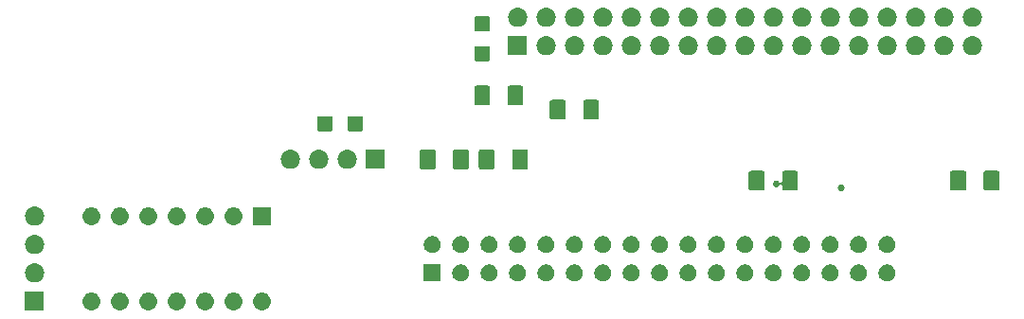
<source format=gts>
%TF.GenerationSoftware,KiCad,Pcbnew,5.0.2+dfsg1-1*%
%TF.CreationDate,2021-01-23T15:55:11+01:00*%
%TF.ProjectId,AmigaPCDriveAdapter,416d6967-6150-4434-9472-697665416461,2.0*%
%TF.SameCoordinates,Original*%
%TF.FileFunction,Soldermask,Top*%
%TF.FilePolarity,Negative*%
%FSLAX46Y46*%
G04 Gerber Fmt 4.6, Leading zero omitted, Abs format (unit mm)*
G04 Created by KiCad (PCBNEW 5.0.2+dfsg1-1) date Sat 23 Jan 2021 03:55:11 PM CET*
%MOMM*%
%LPD*%
G01*
G04 APERTURE LIST*
%ADD10C,0.100000*%
G04 APERTURE END LIST*
D10*
G36*
X138010000Y-122770000D02*
X136310000Y-122770000D01*
X136310000Y-121070000D01*
X138010000Y-121070000D01*
X138010000Y-122770000D01*
X138010000Y-122770000D01*
G37*
G36*
X157597649Y-121127717D02*
X157636827Y-121131576D01*
X157712227Y-121154448D01*
X157787629Y-121177321D01*
X157926608Y-121251608D01*
X158048422Y-121351578D01*
X158148392Y-121473392D01*
X158222679Y-121612371D01*
X158268424Y-121763174D01*
X158283870Y-121920000D01*
X158268424Y-122076826D01*
X158222679Y-122227629D01*
X158148392Y-122366608D01*
X158048422Y-122488422D01*
X157926608Y-122588392D01*
X157787629Y-122662679D01*
X157712228Y-122685551D01*
X157636827Y-122708424D01*
X157597649Y-122712283D01*
X157519295Y-122720000D01*
X157440705Y-122720000D01*
X157362351Y-122712283D01*
X157323173Y-122708424D01*
X157247772Y-122685551D01*
X157172371Y-122662679D01*
X157033392Y-122588392D01*
X156911578Y-122488422D01*
X156811608Y-122366608D01*
X156737321Y-122227629D01*
X156691576Y-122076826D01*
X156676130Y-121920000D01*
X156691576Y-121763174D01*
X156737321Y-121612371D01*
X156811608Y-121473392D01*
X156911578Y-121351578D01*
X157033392Y-121251608D01*
X157172371Y-121177321D01*
X157247772Y-121154449D01*
X157323173Y-121131576D01*
X157362351Y-121127717D01*
X157440705Y-121120000D01*
X157519295Y-121120000D01*
X157597649Y-121127717D01*
X157597649Y-121127717D01*
G37*
G36*
X142357649Y-121127717D02*
X142396827Y-121131576D01*
X142472227Y-121154448D01*
X142547629Y-121177321D01*
X142686608Y-121251608D01*
X142808422Y-121351578D01*
X142908392Y-121473392D01*
X142982679Y-121612371D01*
X143028424Y-121763174D01*
X143043870Y-121920000D01*
X143028424Y-122076826D01*
X142982679Y-122227629D01*
X142908392Y-122366608D01*
X142808422Y-122488422D01*
X142686608Y-122588392D01*
X142547629Y-122662679D01*
X142472228Y-122685551D01*
X142396827Y-122708424D01*
X142357649Y-122712283D01*
X142279295Y-122720000D01*
X142200705Y-122720000D01*
X142122351Y-122712283D01*
X142083173Y-122708424D01*
X142007772Y-122685551D01*
X141932371Y-122662679D01*
X141793392Y-122588392D01*
X141671578Y-122488422D01*
X141571608Y-122366608D01*
X141497321Y-122227629D01*
X141451576Y-122076826D01*
X141436130Y-121920000D01*
X141451576Y-121763174D01*
X141497321Y-121612371D01*
X141571608Y-121473392D01*
X141671578Y-121351578D01*
X141793392Y-121251608D01*
X141932371Y-121177321D01*
X142007772Y-121154449D01*
X142083173Y-121131576D01*
X142122351Y-121127717D01*
X142200705Y-121120000D01*
X142279295Y-121120000D01*
X142357649Y-121127717D01*
X142357649Y-121127717D01*
G37*
G36*
X144897649Y-121127717D02*
X144936827Y-121131576D01*
X145012227Y-121154448D01*
X145087629Y-121177321D01*
X145226608Y-121251608D01*
X145348422Y-121351578D01*
X145448392Y-121473392D01*
X145522679Y-121612371D01*
X145568424Y-121763174D01*
X145583870Y-121920000D01*
X145568424Y-122076826D01*
X145522679Y-122227629D01*
X145448392Y-122366608D01*
X145348422Y-122488422D01*
X145226608Y-122588392D01*
X145087629Y-122662679D01*
X145012228Y-122685551D01*
X144936827Y-122708424D01*
X144897649Y-122712283D01*
X144819295Y-122720000D01*
X144740705Y-122720000D01*
X144662351Y-122712283D01*
X144623173Y-122708424D01*
X144547772Y-122685551D01*
X144472371Y-122662679D01*
X144333392Y-122588392D01*
X144211578Y-122488422D01*
X144111608Y-122366608D01*
X144037321Y-122227629D01*
X143991576Y-122076826D01*
X143976130Y-121920000D01*
X143991576Y-121763174D01*
X144037321Y-121612371D01*
X144111608Y-121473392D01*
X144211578Y-121351578D01*
X144333392Y-121251608D01*
X144472371Y-121177321D01*
X144547772Y-121154449D01*
X144623173Y-121131576D01*
X144662351Y-121127717D01*
X144740705Y-121120000D01*
X144819295Y-121120000D01*
X144897649Y-121127717D01*
X144897649Y-121127717D01*
G37*
G36*
X147437649Y-121127717D02*
X147476827Y-121131576D01*
X147552227Y-121154448D01*
X147627629Y-121177321D01*
X147766608Y-121251608D01*
X147888422Y-121351578D01*
X147988392Y-121473392D01*
X148062679Y-121612371D01*
X148108424Y-121763174D01*
X148123870Y-121920000D01*
X148108424Y-122076826D01*
X148062679Y-122227629D01*
X147988392Y-122366608D01*
X147888422Y-122488422D01*
X147766608Y-122588392D01*
X147627629Y-122662679D01*
X147552228Y-122685551D01*
X147476827Y-122708424D01*
X147437649Y-122712283D01*
X147359295Y-122720000D01*
X147280705Y-122720000D01*
X147202351Y-122712283D01*
X147163173Y-122708424D01*
X147087772Y-122685551D01*
X147012371Y-122662679D01*
X146873392Y-122588392D01*
X146751578Y-122488422D01*
X146651608Y-122366608D01*
X146577321Y-122227629D01*
X146531576Y-122076826D01*
X146516130Y-121920000D01*
X146531576Y-121763174D01*
X146577321Y-121612371D01*
X146651608Y-121473392D01*
X146751578Y-121351578D01*
X146873392Y-121251608D01*
X147012371Y-121177321D01*
X147087772Y-121154449D01*
X147163173Y-121131576D01*
X147202351Y-121127717D01*
X147280705Y-121120000D01*
X147359295Y-121120000D01*
X147437649Y-121127717D01*
X147437649Y-121127717D01*
G37*
G36*
X149977649Y-121127717D02*
X150016827Y-121131576D01*
X150092227Y-121154448D01*
X150167629Y-121177321D01*
X150306608Y-121251608D01*
X150428422Y-121351578D01*
X150528392Y-121473392D01*
X150602679Y-121612371D01*
X150648424Y-121763174D01*
X150663870Y-121920000D01*
X150648424Y-122076826D01*
X150602679Y-122227629D01*
X150528392Y-122366608D01*
X150428422Y-122488422D01*
X150306608Y-122588392D01*
X150167629Y-122662679D01*
X150092228Y-122685551D01*
X150016827Y-122708424D01*
X149977649Y-122712283D01*
X149899295Y-122720000D01*
X149820705Y-122720000D01*
X149742351Y-122712283D01*
X149703173Y-122708424D01*
X149627772Y-122685551D01*
X149552371Y-122662679D01*
X149413392Y-122588392D01*
X149291578Y-122488422D01*
X149191608Y-122366608D01*
X149117321Y-122227629D01*
X149071576Y-122076826D01*
X149056130Y-121920000D01*
X149071576Y-121763174D01*
X149117321Y-121612371D01*
X149191608Y-121473392D01*
X149291578Y-121351578D01*
X149413392Y-121251608D01*
X149552371Y-121177321D01*
X149627772Y-121154449D01*
X149703173Y-121131576D01*
X149742351Y-121127717D01*
X149820705Y-121120000D01*
X149899295Y-121120000D01*
X149977649Y-121127717D01*
X149977649Y-121127717D01*
G37*
G36*
X152517649Y-121127717D02*
X152556827Y-121131576D01*
X152632227Y-121154448D01*
X152707629Y-121177321D01*
X152846608Y-121251608D01*
X152968422Y-121351578D01*
X153068392Y-121473392D01*
X153142679Y-121612371D01*
X153188424Y-121763174D01*
X153203870Y-121920000D01*
X153188424Y-122076826D01*
X153142679Y-122227629D01*
X153068392Y-122366608D01*
X152968422Y-122488422D01*
X152846608Y-122588392D01*
X152707629Y-122662679D01*
X152632228Y-122685551D01*
X152556827Y-122708424D01*
X152517649Y-122712283D01*
X152439295Y-122720000D01*
X152360705Y-122720000D01*
X152282351Y-122712283D01*
X152243173Y-122708424D01*
X152167772Y-122685551D01*
X152092371Y-122662679D01*
X151953392Y-122588392D01*
X151831578Y-122488422D01*
X151731608Y-122366608D01*
X151657321Y-122227629D01*
X151611576Y-122076826D01*
X151596130Y-121920000D01*
X151611576Y-121763174D01*
X151657321Y-121612371D01*
X151731608Y-121473392D01*
X151831578Y-121351578D01*
X151953392Y-121251608D01*
X152092371Y-121177321D01*
X152167772Y-121154449D01*
X152243173Y-121131576D01*
X152282351Y-121127717D01*
X152360705Y-121120000D01*
X152439295Y-121120000D01*
X152517649Y-121127717D01*
X152517649Y-121127717D01*
G37*
G36*
X155057649Y-121127717D02*
X155096827Y-121131576D01*
X155172227Y-121154448D01*
X155247629Y-121177321D01*
X155386608Y-121251608D01*
X155508422Y-121351578D01*
X155608392Y-121473392D01*
X155682679Y-121612371D01*
X155728424Y-121763174D01*
X155743870Y-121920000D01*
X155728424Y-122076826D01*
X155682679Y-122227629D01*
X155608392Y-122366608D01*
X155508422Y-122488422D01*
X155386608Y-122588392D01*
X155247629Y-122662679D01*
X155172228Y-122685551D01*
X155096827Y-122708424D01*
X155057649Y-122712283D01*
X154979295Y-122720000D01*
X154900705Y-122720000D01*
X154822351Y-122712283D01*
X154783173Y-122708424D01*
X154707772Y-122685551D01*
X154632371Y-122662679D01*
X154493392Y-122588392D01*
X154371578Y-122488422D01*
X154271608Y-122366608D01*
X154197321Y-122227629D01*
X154151576Y-122076826D01*
X154136130Y-121920000D01*
X154151576Y-121763174D01*
X154197321Y-121612371D01*
X154271608Y-121473392D01*
X154371578Y-121351578D01*
X154493392Y-121251608D01*
X154632371Y-121177321D01*
X154707772Y-121154449D01*
X154783173Y-121131576D01*
X154822351Y-121127717D01*
X154900705Y-121120000D01*
X154979295Y-121120000D01*
X155057649Y-121127717D01*
X155057649Y-121127717D01*
G37*
G36*
X137326630Y-118542299D02*
X137486855Y-118590903D01*
X137634520Y-118669831D01*
X137763949Y-118776051D01*
X137870169Y-118905480D01*
X137949097Y-119053145D01*
X137997701Y-119213370D01*
X138014112Y-119380000D01*
X137997701Y-119546630D01*
X137949097Y-119706855D01*
X137870169Y-119854520D01*
X137763949Y-119983949D01*
X137634520Y-120090169D01*
X137486855Y-120169097D01*
X137326630Y-120217701D01*
X137201752Y-120230000D01*
X137118248Y-120230000D01*
X136993370Y-120217701D01*
X136833145Y-120169097D01*
X136685480Y-120090169D01*
X136556051Y-119983949D01*
X136449831Y-119854520D01*
X136370903Y-119706855D01*
X136322299Y-119546630D01*
X136305888Y-119380000D01*
X136322299Y-119213370D01*
X136370903Y-119053145D01*
X136449831Y-118905480D01*
X136556051Y-118776051D01*
X136685480Y-118669831D01*
X136833145Y-118590903D01*
X136993370Y-118542299D01*
X137118248Y-118530000D01*
X137201752Y-118530000D01*
X137326630Y-118542299D01*
X137326630Y-118542299D01*
G37*
G36*
X208501683Y-118649206D02*
X208639992Y-118706495D01*
X208639995Y-118706497D01*
X208744090Y-118776051D01*
X208764476Y-118789673D01*
X208870327Y-118895524D01*
X208870329Y-118895527D01*
X208870330Y-118895528D01*
X208876980Y-118905481D01*
X208953505Y-119020008D01*
X209010794Y-119158317D01*
X209040000Y-119305145D01*
X209040000Y-119454855D01*
X209010794Y-119601683D01*
X208953505Y-119739992D01*
X208953503Y-119739995D01*
X208876980Y-119854520D01*
X208870327Y-119864476D01*
X208764476Y-119970327D01*
X208764473Y-119970329D01*
X208764472Y-119970330D01*
X208639995Y-120053503D01*
X208639992Y-120053505D01*
X208501683Y-120110794D01*
X208354855Y-120140000D01*
X208205145Y-120140000D01*
X208058317Y-120110794D01*
X207920008Y-120053505D01*
X207920005Y-120053503D01*
X207795528Y-119970330D01*
X207795527Y-119970329D01*
X207795524Y-119970327D01*
X207689673Y-119864476D01*
X207683021Y-119854520D01*
X207606497Y-119739995D01*
X207606495Y-119739992D01*
X207549206Y-119601683D01*
X207520000Y-119454855D01*
X207520000Y-119305145D01*
X207549206Y-119158317D01*
X207606495Y-119020008D01*
X207683020Y-118905481D01*
X207689670Y-118895528D01*
X207689671Y-118895527D01*
X207689673Y-118895524D01*
X207795524Y-118789673D01*
X207815911Y-118776051D01*
X207920005Y-118706497D01*
X207920008Y-118706495D01*
X208058317Y-118649206D01*
X208205145Y-118620000D01*
X208354855Y-118620000D01*
X208501683Y-118649206D01*
X208501683Y-118649206D01*
G37*
G36*
X211041683Y-118649206D02*
X211179992Y-118706495D01*
X211179995Y-118706497D01*
X211284090Y-118776051D01*
X211304476Y-118789673D01*
X211410327Y-118895524D01*
X211410329Y-118895527D01*
X211410330Y-118895528D01*
X211416980Y-118905481D01*
X211493505Y-119020008D01*
X211550794Y-119158317D01*
X211580000Y-119305145D01*
X211580000Y-119454855D01*
X211550794Y-119601683D01*
X211493505Y-119739992D01*
X211493503Y-119739995D01*
X211416980Y-119854520D01*
X211410327Y-119864476D01*
X211304476Y-119970327D01*
X211304473Y-119970329D01*
X211304472Y-119970330D01*
X211179995Y-120053503D01*
X211179992Y-120053505D01*
X211041683Y-120110794D01*
X210894855Y-120140000D01*
X210745145Y-120140000D01*
X210598317Y-120110794D01*
X210460008Y-120053505D01*
X210460005Y-120053503D01*
X210335528Y-119970330D01*
X210335527Y-119970329D01*
X210335524Y-119970327D01*
X210229673Y-119864476D01*
X210223021Y-119854520D01*
X210146497Y-119739995D01*
X210146495Y-119739992D01*
X210089206Y-119601683D01*
X210060000Y-119454855D01*
X210060000Y-119305145D01*
X210089206Y-119158317D01*
X210146495Y-119020008D01*
X210223020Y-118905481D01*
X210229670Y-118895528D01*
X210229671Y-118895527D01*
X210229673Y-118895524D01*
X210335524Y-118789673D01*
X210355911Y-118776051D01*
X210460005Y-118706497D01*
X210460008Y-118706495D01*
X210598317Y-118649206D01*
X210745145Y-118620000D01*
X210894855Y-118620000D01*
X211041683Y-118649206D01*
X211041683Y-118649206D01*
G37*
G36*
X205961683Y-118649206D02*
X206099992Y-118706495D01*
X206099995Y-118706497D01*
X206204090Y-118776051D01*
X206224476Y-118789673D01*
X206330327Y-118895524D01*
X206330329Y-118895527D01*
X206330330Y-118895528D01*
X206336980Y-118905481D01*
X206413505Y-119020008D01*
X206470794Y-119158317D01*
X206500000Y-119305145D01*
X206500000Y-119454855D01*
X206470794Y-119601683D01*
X206413505Y-119739992D01*
X206413503Y-119739995D01*
X206336980Y-119854520D01*
X206330327Y-119864476D01*
X206224476Y-119970327D01*
X206224473Y-119970329D01*
X206224472Y-119970330D01*
X206099995Y-120053503D01*
X206099992Y-120053505D01*
X205961683Y-120110794D01*
X205814855Y-120140000D01*
X205665145Y-120140000D01*
X205518317Y-120110794D01*
X205380008Y-120053505D01*
X205380005Y-120053503D01*
X205255528Y-119970330D01*
X205255527Y-119970329D01*
X205255524Y-119970327D01*
X205149673Y-119864476D01*
X205143021Y-119854520D01*
X205066497Y-119739995D01*
X205066495Y-119739992D01*
X205009206Y-119601683D01*
X204980000Y-119454855D01*
X204980000Y-119305145D01*
X205009206Y-119158317D01*
X205066495Y-119020008D01*
X205143020Y-118905481D01*
X205149670Y-118895528D01*
X205149671Y-118895527D01*
X205149673Y-118895524D01*
X205255524Y-118789673D01*
X205275911Y-118776051D01*
X205380005Y-118706497D01*
X205380008Y-118706495D01*
X205518317Y-118649206D01*
X205665145Y-118620000D01*
X205814855Y-118620000D01*
X205961683Y-118649206D01*
X205961683Y-118649206D01*
G37*
G36*
X203421683Y-118649206D02*
X203559992Y-118706495D01*
X203559995Y-118706497D01*
X203664090Y-118776051D01*
X203684476Y-118789673D01*
X203790327Y-118895524D01*
X203790329Y-118895527D01*
X203790330Y-118895528D01*
X203796980Y-118905481D01*
X203873505Y-119020008D01*
X203930794Y-119158317D01*
X203960000Y-119305145D01*
X203960000Y-119454855D01*
X203930794Y-119601683D01*
X203873505Y-119739992D01*
X203873503Y-119739995D01*
X203796980Y-119854520D01*
X203790327Y-119864476D01*
X203684476Y-119970327D01*
X203684473Y-119970329D01*
X203684472Y-119970330D01*
X203559995Y-120053503D01*
X203559992Y-120053505D01*
X203421683Y-120110794D01*
X203274855Y-120140000D01*
X203125145Y-120140000D01*
X202978317Y-120110794D01*
X202840008Y-120053505D01*
X202840005Y-120053503D01*
X202715528Y-119970330D01*
X202715527Y-119970329D01*
X202715524Y-119970327D01*
X202609673Y-119864476D01*
X202603021Y-119854520D01*
X202526497Y-119739995D01*
X202526495Y-119739992D01*
X202469206Y-119601683D01*
X202440000Y-119454855D01*
X202440000Y-119305145D01*
X202469206Y-119158317D01*
X202526495Y-119020008D01*
X202603020Y-118905481D01*
X202609670Y-118895528D01*
X202609671Y-118895527D01*
X202609673Y-118895524D01*
X202715524Y-118789673D01*
X202735911Y-118776051D01*
X202840005Y-118706497D01*
X202840008Y-118706495D01*
X202978317Y-118649206D01*
X203125145Y-118620000D01*
X203274855Y-118620000D01*
X203421683Y-118649206D01*
X203421683Y-118649206D01*
G37*
G36*
X200881683Y-118649206D02*
X201019992Y-118706495D01*
X201019995Y-118706497D01*
X201124090Y-118776051D01*
X201144476Y-118789673D01*
X201250327Y-118895524D01*
X201250329Y-118895527D01*
X201250330Y-118895528D01*
X201256980Y-118905481D01*
X201333505Y-119020008D01*
X201390794Y-119158317D01*
X201420000Y-119305145D01*
X201420000Y-119454855D01*
X201390794Y-119601683D01*
X201333505Y-119739992D01*
X201333503Y-119739995D01*
X201256980Y-119854520D01*
X201250327Y-119864476D01*
X201144476Y-119970327D01*
X201144473Y-119970329D01*
X201144472Y-119970330D01*
X201019995Y-120053503D01*
X201019992Y-120053505D01*
X200881683Y-120110794D01*
X200734855Y-120140000D01*
X200585145Y-120140000D01*
X200438317Y-120110794D01*
X200300008Y-120053505D01*
X200300005Y-120053503D01*
X200175528Y-119970330D01*
X200175527Y-119970329D01*
X200175524Y-119970327D01*
X200069673Y-119864476D01*
X200063021Y-119854520D01*
X199986497Y-119739995D01*
X199986495Y-119739992D01*
X199929206Y-119601683D01*
X199900000Y-119454855D01*
X199900000Y-119305145D01*
X199929206Y-119158317D01*
X199986495Y-119020008D01*
X200063020Y-118905481D01*
X200069670Y-118895528D01*
X200069671Y-118895527D01*
X200069673Y-118895524D01*
X200175524Y-118789673D01*
X200195911Y-118776051D01*
X200300005Y-118706497D01*
X200300008Y-118706495D01*
X200438317Y-118649206D01*
X200585145Y-118620000D01*
X200734855Y-118620000D01*
X200881683Y-118649206D01*
X200881683Y-118649206D01*
G37*
G36*
X198341683Y-118649206D02*
X198479992Y-118706495D01*
X198479995Y-118706497D01*
X198584090Y-118776051D01*
X198604476Y-118789673D01*
X198710327Y-118895524D01*
X198710329Y-118895527D01*
X198710330Y-118895528D01*
X198716980Y-118905481D01*
X198793505Y-119020008D01*
X198850794Y-119158317D01*
X198880000Y-119305145D01*
X198880000Y-119454855D01*
X198850794Y-119601683D01*
X198793505Y-119739992D01*
X198793503Y-119739995D01*
X198716980Y-119854520D01*
X198710327Y-119864476D01*
X198604476Y-119970327D01*
X198604473Y-119970329D01*
X198604472Y-119970330D01*
X198479995Y-120053503D01*
X198479992Y-120053505D01*
X198341683Y-120110794D01*
X198194855Y-120140000D01*
X198045145Y-120140000D01*
X197898317Y-120110794D01*
X197760008Y-120053505D01*
X197760005Y-120053503D01*
X197635528Y-119970330D01*
X197635527Y-119970329D01*
X197635524Y-119970327D01*
X197529673Y-119864476D01*
X197523021Y-119854520D01*
X197446497Y-119739995D01*
X197446495Y-119739992D01*
X197389206Y-119601683D01*
X197360000Y-119454855D01*
X197360000Y-119305145D01*
X197389206Y-119158317D01*
X197446495Y-119020008D01*
X197523020Y-118905481D01*
X197529670Y-118895528D01*
X197529671Y-118895527D01*
X197529673Y-118895524D01*
X197635524Y-118789673D01*
X197655911Y-118776051D01*
X197760005Y-118706497D01*
X197760008Y-118706495D01*
X197898317Y-118649206D01*
X198045145Y-118620000D01*
X198194855Y-118620000D01*
X198341683Y-118649206D01*
X198341683Y-118649206D01*
G37*
G36*
X195801683Y-118649206D02*
X195939992Y-118706495D01*
X195939995Y-118706497D01*
X196044090Y-118776051D01*
X196064476Y-118789673D01*
X196170327Y-118895524D01*
X196170329Y-118895527D01*
X196170330Y-118895528D01*
X196176980Y-118905481D01*
X196253505Y-119020008D01*
X196310794Y-119158317D01*
X196340000Y-119305145D01*
X196340000Y-119454855D01*
X196310794Y-119601683D01*
X196253505Y-119739992D01*
X196253503Y-119739995D01*
X196176980Y-119854520D01*
X196170327Y-119864476D01*
X196064476Y-119970327D01*
X196064473Y-119970329D01*
X196064472Y-119970330D01*
X195939995Y-120053503D01*
X195939992Y-120053505D01*
X195801683Y-120110794D01*
X195654855Y-120140000D01*
X195505145Y-120140000D01*
X195358317Y-120110794D01*
X195220008Y-120053505D01*
X195220005Y-120053503D01*
X195095528Y-119970330D01*
X195095527Y-119970329D01*
X195095524Y-119970327D01*
X194989673Y-119864476D01*
X194983021Y-119854520D01*
X194906497Y-119739995D01*
X194906495Y-119739992D01*
X194849206Y-119601683D01*
X194820000Y-119454855D01*
X194820000Y-119305145D01*
X194849206Y-119158317D01*
X194906495Y-119020008D01*
X194983020Y-118905481D01*
X194989670Y-118895528D01*
X194989671Y-118895527D01*
X194989673Y-118895524D01*
X195095524Y-118789673D01*
X195115911Y-118776051D01*
X195220005Y-118706497D01*
X195220008Y-118706495D01*
X195358317Y-118649206D01*
X195505145Y-118620000D01*
X195654855Y-118620000D01*
X195801683Y-118649206D01*
X195801683Y-118649206D01*
G37*
G36*
X193261683Y-118649206D02*
X193399992Y-118706495D01*
X193399995Y-118706497D01*
X193504090Y-118776051D01*
X193524476Y-118789673D01*
X193630327Y-118895524D01*
X193630329Y-118895527D01*
X193630330Y-118895528D01*
X193636980Y-118905481D01*
X193713505Y-119020008D01*
X193770794Y-119158317D01*
X193800000Y-119305145D01*
X193800000Y-119454855D01*
X193770794Y-119601683D01*
X193713505Y-119739992D01*
X193713503Y-119739995D01*
X193636980Y-119854520D01*
X193630327Y-119864476D01*
X193524476Y-119970327D01*
X193524473Y-119970329D01*
X193524472Y-119970330D01*
X193399995Y-120053503D01*
X193399992Y-120053505D01*
X193261683Y-120110794D01*
X193114855Y-120140000D01*
X192965145Y-120140000D01*
X192818317Y-120110794D01*
X192680008Y-120053505D01*
X192680005Y-120053503D01*
X192555528Y-119970330D01*
X192555527Y-119970329D01*
X192555524Y-119970327D01*
X192449673Y-119864476D01*
X192443021Y-119854520D01*
X192366497Y-119739995D01*
X192366495Y-119739992D01*
X192309206Y-119601683D01*
X192280000Y-119454855D01*
X192280000Y-119305145D01*
X192309206Y-119158317D01*
X192366495Y-119020008D01*
X192443020Y-118905481D01*
X192449670Y-118895528D01*
X192449671Y-118895527D01*
X192449673Y-118895524D01*
X192555524Y-118789673D01*
X192575911Y-118776051D01*
X192680005Y-118706497D01*
X192680008Y-118706495D01*
X192818317Y-118649206D01*
X192965145Y-118620000D01*
X193114855Y-118620000D01*
X193261683Y-118649206D01*
X193261683Y-118649206D01*
G37*
G36*
X173480000Y-120140000D02*
X171960000Y-120140000D01*
X171960000Y-118620000D01*
X173480000Y-118620000D01*
X173480000Y-120140000D01*
X173480000Y-120140000D01*
G37*
G36*
X175481683Y-118649206D02*
X175619992Y-118706495D01*
X175619995Y-118706497D01*
X175724090Y-118776051D01*
X175744476Y-118789673D01*
X175850327Y-118895524D01*
X175850329Y-118895527D01*
X175850330Y-118895528D01*
X175856980Y-118905481D01*
X175933505Y-119020008D01*
X175990794Y-119158317D01*
X176020000Y-119305145D01*
X176020000Y-119454855D01*
X175990794Y-119601683D01*
X175933505Y-119739992D01*
X175933503Y-119739995D01*
X175856980Y-119854520D01*
X175850327Y-119864476D01*
X175744476Y-119970327D01*
X175744473Y-119970329D01*
X175744472Y-119970330D01*
X175619995Y-120053503D01*
X175619992Y-120053505D01*
X175481683Y-120110794D01*
X175334855Y-120140000D01*
X175185145Y-120140000D01*
X175038317Y-120110794D01*
X174900008Y-120053505D01*
X174900005Y-120053503D01*
X174775528Y-119970330D01*
X174775527Y-119970329D01*
X174775524Y-119970327D01*
X174669673Y-119864476D01*
X174663021Y-119854520D01*
X174586497Y-119739995D01*
X174586495Y-119739992D01*
X174529206Y-119601683D01*
X174500000Y-119454855D01*
X174500000Y-119305145D01*
X174529206Y-119158317D01*
X174586495Y-119020008D01*
X174663020Y-118905481D01*
X174669670Y-118895528D01*
X174669671Y-118895527D01*
X174669673Y-118895524D01*
X174775524Y-118789673D01*
X174795911Y-118776051D01*
X174900005Y-118706497D01*
X174900008Y-118706495D01*
X175038317Y-118649206D01*
X175185145Y-118620000D01*
X175334855Y-118620000D01*
X175481683Y-118649206D01*
X175481683Y-118649206D01*
G37*
G36*
X178021683Y-118649206D02*
X178159992Y-118706495D01*
X178159995Y-118706497D01*
X178264090Y-118776051D01*
X178284476Y-118789673D01*
X178390327Y-118895524D01*
X178390329Y-118895527D01*
X178390330Y-118895528D01*
X178396980Y-118905481D01*
X178473505Y-119020008D01*
X178530794Y-119158317D01*
X178560000Y-119305145D01*
X178560000Y-119454855D01*
X178530794Y-119601683D01*
X178473505Y-119739992D01*
X178473503Y-119739995D01*
X178396980Y-119854520D01*
X178390327Y-119864476D01*
X178284476Y-119970327D01*
X178284473Y-119970329D01*
X178284472Y-119970330D01*
X178159995Y-120053503D01*
X178159992Y-120053505D01*
X178021683Y-120110794D01*
X177874855Y-120140000D01*
X177725145Y-120140000D01*
X177578317Y-120110794D01*
X177440008Y-120053505D01*
X177440005Y-120053503D01*
X177315528Y-119970330D01*
X177315527Y-119970329D01*
X177315524Y-119970327D01*
X177209673Y-119864476D01*
X177203021Y-119854520D01*
X177126497Y-119739995D01*
X177126495Y-119739992D01*
X177069206Y-119601683D01*
X177040000Y-119454855D01*
X177040000Y-119305145D01*
X177069206Y-119158317D01*
X177126495Y-119020008D01*
X177203020Y-118905481D01*
X177209670Y-118895528D01*
X177209671Y-118895527D01*
X177209673Y-118895524D01*
X177315524Y-118789673D01*
X177335911Y-118776051D01*
X177440005Y-118706497D01*
X177440008Y-118706495D01*
X177578317Y-118649206D01*
X177725145Y-118620000D01*
X177874855Y-118620000D01*
X178021683Y-118649206D01*
X178021683Y-118649206D01*
G37*
G36*
X180561683Y-118649206D02*
X180699992Y-118706495D01*
X180699995Y-118706497D01*
X180804090Y-118776051D01*
X180824476Y-118789673D01*
X180930327Y-118895524D01*
X180930329Y-118895527D01*
X180930330Y-118895528D01*
X180936980Y-118905481D01*
X181013505Y-119020008D01*
X181070794Y-119158317D01*
X181100000Y-119305145D01*
X181100000Y-119454855D01*
X181070794Y-119601683D01*
X181013505Y-119739992D01*
X181013503Y-119739995D01*
X180936980Y-119854520D01*
X180930327Y-119864476D01*
X180824476Y-119970327D01*
X180824473Y-119970329D01*
X180824472Y-119970330D01*
X180699995Y-120053503D01*
X180699992Y-120053505D01*
X180561683Y-120110794D01*
X180414855Y-120140000D01*
X180265145Y-120140000D01*
X180118317Y-120110794D01*
X179980008Y-120053505D01*
X179980005Y-120053503D01*
X179855528Y-119970330D01*
X179855527Y-119970329D01*
X179855524Y-119970327D01*
X179749673Y-119864476D01*
X179743021Y-119854520D01*
X179666497Y-119739995D01*
X179666495Y-119739992D01*
X179609206Y-119601683D01*
X179580000Y-119454855D01*
X179580000Y-119305145D01*
X179609206Y-119158317D01*
X179666495Y-119020008D01*
X179743020Y-118905481D01*
X179749670Y-118895528D01*
X179749671Y-118895527D01*
X179749673Y-118895524D01*
X179855524Y-118789673D01*
X179875911Y-118776051D01*
X179980005Y-118706497D01*
X179980008Y-118706495D01*
X180118317Y-118649206D01*
X180265145Y-118620000D01*
X180414855Y-118620000D01*
X180561683Y-118649206D01*
X180561683Y-118649206D01*
G37*
G36*
X183101683Y-118649206D02*
X183239992Y-118706495D01*
X183239995Y-118706497D01*
X183344090Y-118776051D01*
X183364476Y-118789673D01*
X183470327Y-118895524D01*
X183470329Y-118895527D01*
X183470330Y-118895528D01*
X183476980Y-118905481D01*
X183553505Y-119020008D01*
X183610794Y-119158317D01*
X183640000Y-119305145D01*
X183640000Y-119454855D01*
X183610794Y-119601683D01*
X183553505Y-119739992D01*
X183553503Y-119739995D01*
X183476980Y-119854520D01*
X183470327Y-119864476D01*
X183364476Y-119970327D01*
X183364473Y-119970329D01*
X183364472Y-119970330D01*
X183239995Y-120053503D01*
X183239992Y-120053505D01*
X183101683Y-120110794D01*
X182954855Y-120140000D01*
X182805145Y-120140000D01*
X182658317Y-120110794D01*
X182520008Y-120053505D01*
X182520005Y-120053503D01*
X182395528Y-119970330D01*
X182395527Y-119970329D01*
X182395524Y-119970327D01*
X182289673Y-119864476D01*
X182283021Y-119854520D01*
X182206497Y-119739995D01*
X182206495Y-119739992D01*
X182149206Y-119601683D01*
X182120000Y-119454855D01*
X182120000Y-119305145D01*
X182149206Y-119158317D01*
X182206495Y-119020008D01*
X182283020Y-118905481D01*
X182289670Y-118895528D01*
X182289671Y-118895527D01*
X182289673Y-118895524D01*
X182395524Y-118789673D01*
X182415911Y-118776051D01*
X182520005Y-118706497D01*
X182520008Y-118706495D01*
X182658317Y-118649206D01*
X182805145Y-118620000D01*
X182954855Y-118620000D01*
X183101683Y-118649206D01*
X183101683Y-118649206D01*
G37*
G36*
X185641683Y-118649206D02*
X185779992Y-118706495D01*
X185779995Y-118706497D01*
X185884090Y-118776051D01*
X185904476Y-118789673D01*
X186010327Y-118895524D01*
X186010329Y-118895527D01*
X186010330Y-118895528D01*
X186016980Y-118905481D01*
X186093505Y-119020008D01*
X186150794Y-119158317D01*
X186180000Y-119305145D01*
X186180000Y-119454855D01*
X186150794Y-119601683D01*
X186093505Y-119739992D01*
X186093503Y-119739995D01*
X186016980Y-119854520D01*
X186010327Y-119864476D01*
X185904476Y-119970327D01*
X185904473Y-119970329D01*
X185904472Y-119970330D01*
X185779995Y-120053503D01*
X185779992Y-120053505D01*
X185641683Y-120110794D01*
X185494855Y-120140000D01*
X185345145Y-120140000D01*
X185198317Y-120110794D01*
X185060008Y-120053505D01*
X185060005Y-120053503D01*
X184935528Y-119970330D01*
X184935527Y-119970329D01*
X184935524Y-119970327D01*
X184829673Y-119864476D01*
X184823021Y-119854520D01*
X184746497Y-119739995D01*
X184746495Y-119739992D01*
X184689206Y-119601683D01*
X184660000Y-119454855D01*
X184660000Y-119305145D01*
X184689206Y-119158317D01*
X184746495Y-119020008D01*
X184823020Y-118905481D01*
X184829670Y-118895528D01*
X184829671Y-118895527D01*
X184829673Y-118895524D01*
X184935524Y-118789673D01*
X184955911Y-118776051D01*
X185060005Y-118706497D01*
X185060008Y-118706495D01*
X185198317Y-118649206D01*
X185345145Y-118620000D01*
X185494855Y-118620000D01*
X185641683Y-118649206D01*
X185641683Y-118649206D01*
G37*
G36*
X188181683Y-118649206D02*
X188319992Y-118706495D01*
X188319995Y-118706497D01*
X188424090Y-118776051D01*
X188444476Y-118789673D01*
X188550327Y-118895524D01*
X188550329Y-118895527D01*
X188550330Y-118895528D01*
X188556980Y-118905481D01*
X188633505Y-119020008D01*
X188690794Y-119158317D01*
X188720000Y-119305145D01*
X188720000Y-119454855D01*
X188690794Y-119601683D01*
X188633505Y-119739992D01*
X188633503Y-119739995D01*
X188556980Y-119854520D01*
X188550327Y-119864476D01*
X188444476Y-119970327D01*
X188444473Y-119970329D01*
X188444472Y-119970330D01*
X188319995Y-120053503D01*
X188319992Y-120053505D01*
X188181683Y-120110794D01*
X188034855Y-120140000D01*
X187885145Y-120140000D01*
X187738317Y-120110794D01*
X187600008Y-120053505D01*
X187600005Y-120053503D01*
X187475528Y-119970330D01*
X187475527Y-119970329D01*
X187475524Y-119970327D01*
X187369673Y-119864476D01*
X187363021Y-119854520D01*
X187286497Y-119739995D01*
X187286495Y-119739992D01*
X187229206Y-119601683D01*
X187200000Y-119454855D01*
X187200000Y-119305145D01*
X187229206Y-119158317D01*
X187286495Y-119020008D01*
X187363020Y-118905481D01*
X187369670Y-118895528D01*
X187369671Y-118895527D01*
X187369673Y-118895524D01*
X187475524Y-118789673D01*
X187495911Y-118776051D01*
X187600005Y-118706497D01*
X187600008Y-118706495D01*
X187738317Y-118649206D01*
X187885145Y-118620000D01*
X188034855Y-118620000D01*
X188181683Y-118649206D01*
X188181683Y-118649206D01*
G37*
G36*
X213581683Y-118649206D02*
X213719992Y-118706495D01*
X213719995Y-118706497D01*
X213824090Y-118776051D01*
X213844476Y-118789673D01*
X213950327Y-118895524D01*
X213950329Y-118895527D01*
X213950330Y-118895528D01*
X213956980Y-118905481D01*
X214033505Y-119020008D01*
X214090794Y-119158317D01*
X214120000Y-119305145D01*
X214120000Y-119454855D01*
X214090794Y-119601683D01*
X214033505Y-119739992D01*
X214033503Y-119739995D01*
X213956980Y-119854520D01*
X213950327Y-119864476D01*
X213844476Y-119970327D01*
X213844473Y-119970329D01*
X213844472Y-119970330D01*
X213719995Y-120053503D01*
X213719992Y-120053505D01*
X213581683Y-120110794D01*
X213434855Y-120140000D01*
X213285145Y-120140000D01*
X213138317Y-120110794D01*
X213000008Y-120053505D01*
X213000005Y-120053503D01*
X212875528Y-119970330D01*
X212875527Y-119970329D01*
X212875524Y-119970327D01*
X212769673Y-119864476D01*
X212763021Y-119854520D01*
X212686497Y-119739995D01*
X212686495Y-119739992D01*
X212629206Y-119601683D01*
X212600000Y-119454855D01*
X212600000Y-119305145D01*
X212629206Y-119158317D01*
X212686495Y-119020008D01*
X212763020Y-118905481D01*
X212769670Y-118895528D01*
X212769671Y-118895527D01*
X212769673Y-118895524D01*
X212875524Y-118789673D01*
X212895911Y-118776051D01*
X213000005Y-118706497D01*
X213000008Y-118706495D01*
X213138317Y-118649206D01*
X213285145Y-118620000D01*
X213434855Y-118620000D01*
X213581683Y-118649206D01*
X213581683Y-118649206D01*
G37*
G36*
X190721683Y-118649206D02*
X190859992Y-118706495D01*
X190859995Y-118706497D01*
X190964090Y-118776051D01*
X190984476Y-118789673D01*
X191090327Y-118895524D01*
X191090329Y-118895527D01*
X191090330Y-118895528D01*
X191096980Y-118905481D01*
X191173505Y-119020008D01*
X191230794Y-119158317D01*
X191260000Y-119305145D01*
X191260000Y-119454855D01*
X191230794Y-119601683D01*
X191173505Y-119739992D01*
X191173503Y-119739995D01*
X191096980Y-119854520D01*
X191090327Y-119864476D01*
X190984476Y-119970327D01*
X190984473Y-119970329D01*
X190984472Y-119970330D01*
X190859995Y-120053503D01*
X190859992Y-120053505D01*
X190721683Y-120110794D01*
X190574855Y-120140000D01*
X190425145Y-120140000D01*
X190278317Y-120110794D01*
X190140008Y-120053505D01*
X190140005Y-120053503D01*
X190015528Y-119970330D01*
X190015527Y-119970329D01*
X190015524Y-119970327D01*
X189909673Y-119864476D01*
X189903021Y-119854520D01*
X189826497Y-119739995D01*
X189826495Y-119739992D01*
X189769206Y-119601683D01*
X189740000Y-119454855D01*
X189740000Y-119305145D01*
X189769206Y-119158317D01*
X189826495Y-119020008D01*
X189903020Y-118905481D01*
X189909670Y-118895528D01*
X189909671Y-118895527D01*
X189909673Y-118895524D01*
X190015524Y-118789673D01*
X190035911Y-118776051D01*
X190140005Y-118706497D01*
X190140008Y-118706495D01*
X190278317Y-118649206D01*
X190425145Y-118620000D01*
X190574855Y-118620000D01*
X190721683Y-118649206D01*
X190721683Y-118649206D01*
G37*
G36*
X137326630Y-116002299D02*
X137486855Y-116050903D01*
X137634520Y-116129831D01*
X137763949Y-116236051D01*
X137870169Y-116365480D01*
X137949097Y-116513145D01*
X137997701Y-116673370D01*
X138014112Y-116840000D01*
X137997701Y-117006630D01*
X137949097Y-117166855D01*
X137870169Y-117314520D01*
X137763949Y-117443949D01*
X137634520Y-117550169D01*
X137486855Y-117629097D01*
X137326630Y-117677701D01*
X137201752Y-117690000D01*
X137118248Y-117690000D01*
X136993370Y-117677701D01*
X136833145Y-117629097D01*
X136685480Y-117550169D01*
X136556051Y-117443949D01*
X136449831Y-117314520D01*
X136370903Y-117166855D01*
X136322299Y-117006630D01*
X136305888Y-116840000D01*
X136322299Y-116673370D01*
X136370903Y-116513145D01*
X136449831Y-116365480D01*
X136556051Y-116236051D01*
X136685480Y-116129831D01*
X136833145Y-116050903D01*
X136993370Y-116002299D01*
X137118248Y-115990000D01*
X137201752Y-115990000D01*
X137326630Y-116002299D01*
X137326630Y-116002299D01*
G37*
G36*
X205961683Y-116109206D02*
X206099992Y-116166495D01*
X206099995Y-116166497D01*
X206204090Y-116236051D01*
X206224476Y-116249673D01*
X206330327Y-116355524D01*
X206330329Y-116355527D01*
X206330330Y-116355528D01*
X206336980Y-116365481D01*
X206413505Y-116480008D01*
X206470794Y-116618317D01*
X206500000Y-116765145D01*
X206500000Y-116914855D01*
X206470794Y-117061683D01*
X206413505Y-117199992D01*
X206413503Y-117199995D01*
X206336980Y-117314520D01*
X206330327Y-117324476D01*
X206224476Y-117430327D01*
X206224473Y-117430329D01*
X206224472Y-117430330D01*
X206099995Y-117513503D01*
X206099992Y-117513505D01*
X205961683Y-117570794D01*
X205814855Y-117600000D01*
X205665145Y-117600000D01*
X205518317Y-117570794D01*
X205380008Y-117513505D01*
X205380005Y-117513503D01*
X205255528Y-117430330D01*
X205255527Y-117430329D01*
X205255524Y-117430327D01*
X205149673Y-117324476D01*
X205143021Y-117314520D01*
X205066497Y-117199995D01*
X205066495Y-117199992D01*
X205009206Y-117061683D01*
X204980000Y-116914855D01*
X204980000Y-116765145D01*
X205009206Y-116618317D01*
X205066495Y-116480008D01*
X205143020Y-116365481D01*
X205149670Y-116355528D01*
X205149671Y-116355527D01*
X205149673Y-116355524D01*
X205255524Y-116249673D01*
X205275911Y-116236051D01*
X205380005Y-116166497D01*
X205380008Y-116166495D01*
X205518317Y-116109206D01*
X205665145Y-116080000D01*
X205814855Y-116080000D01*
X205961683Y-116109206D01*
X205961683Y-116109206D01*
G37*
G36*
X208501683Y-116109206D02*
X208639992Y-116166495D01*
X208639995Y-116166497D01*
X208744090Y-116236051D01*
X208764476Y-116249673D01*
X208870327Y-116355524D01*
X208870329Y-116355527D01*
X208870330Y-116355528D01*
X208876980Y-116365481D01*
X208953505Y-116480008D01*
X209010794Y-116618317D01*
X209040000Y-116765145D01*
X209040000Y-116914855D01*
X209010794Y-117061683D01*
X208953505Y-117199992D01*
X208953503Y-117199995D01*
X208876980Y-117314520D01*
X208870327Y-117324476D01*
X208764476Y-117430327D01*
X208764473Y-117430329D01*
X208764472Y-117430330D01*
X208639995Y-117513503D01*
X208639992Y-117513505D01*
X208501683Y-117570794D01*
X208354855Y-117600000D01*
X208205145Y-117600000D01*
X208058317Y-117570794D01*
X207920008Y-117513505D01*
X207920005Y-117513503D01*
X207795528Y-117430330D01*
X207795527Y-117430329D01*
X207795524Y-117430327D01*
X207689673Y-117324476D01*
X207683021Y-117314520D01*
X207606497Y-117199995D01*
X207606495Y-117199992D01*
X207549206Y-117061683D01*
X207520000Y-116914855D01*
X207520000Y-116765145D01*
X207549206Y-116618317D01*
X207606495Y-116480008D01*
X207683020Y-116365481D01*
X207689670Y-116355528D01*
X207689671Y-116355527D01*
X207689673Y-116355524D01*
X207795524Y-116249673D01*
X207815911Y-116236051D01*
X207920005Y-116166497D01*
X207920008Y-116166495D01*
X208058317Y-116109206D01*
X208205145Y-116080000D01*
X208354855Y-116080000D01*
X208501683Y-116109206D01*
X208501683Y-116109206D01*
G37*
G36*
X178021683Y-116109206D02*
X178159992Y-116166495D01*
X178159995Y-116166497D01*
X178264090Y-116236051D01*
X178284476Y-116249673D01*
X178390327Y-116355524D01*
X178390329Y-116355527D01*
X178390330Y-116355528D01*
X178396980Y-116365481D01*
X178473505Y-116480008D01*
X178530794Y-116618317D01*
X178560000Y-116765145D01*
X178560000Y-116914855D01*
X178530794Y-117061683D01*
X178473505Y-117199992D01*
X178473503Y-117199995D01*
X178396980Y-117314520D01*
X178390327Y-117324476D01*
X178284476Y-117430327D01*
X178284473Y-117430329D01*
X178284472Y-117430330D01*
X178159995Y-117513503D01*
X178159992Y-117513505D01*
X178021683Y-117570794D01*
X177874855Y-117600000D01*
X177725145Y-117600000D01*
X177578317Y-117570794D01*
X177440008Y-117513505D01*
X177440005Y-117513503D01*
X177315528Y-117430330D01*
X177315527Y-117430329D01*
X177315524Y-117430327D01*
X177209673Y-117324476D01*
X177203021Y-117314520D01*
X177126497Y-117199995D01*
X177126495Y-117199992D01*
X177069206Y-117061683D01*
X177040000Y-116914855D01*
X177040000Y-116765145D01*
X177069206Y-116618317D01*
X177126495Y-116480008D01*
X177203020Y-116365481D01*
X177209670Y-116355528D01*
X177209671Y-116355527D01*
X177209673Y-116355524D01*
X177315524Y-116249673D01*
X177335911Y-116236051D01*
X177440005Y-116166497D01*
X177440008Y-116166495D01*
X177578317Y-116109206D01*
X177725145Y-116080000D01*
X177874855Y-116080000D01*
X178021683Y-116109206D01*
X178021683Y-116109206D01*
G37*
G36*
X175481683Y-116109206D02*
X175619992Y-116166495D01*
X175619995Y-116166497D01*
X175724090Y-116236051D01*
X175744476Y-116249673D01*
X175850327Y-116355524D01*
X175850329Y-116355527D01*
X175850330Y-116355528D01*
X175856980Y-116365481D01*
X175933505Y-116480008D01*
X175990794Y-116618317D01*
X176020000Y-116765145D01*
X176020000Y-116914855D01*
X175990794Y-117061683D01*
X175933505Y-117199992D01*
X175933503Y-117199995D01*
X175856980Y-117314520D01*
X175850327Y-117324476D01*
X175744476Y-117430327D01*
X175744473Y-117430329D01*
X175744472Y-117430330D01*
X175619995Y-117513503D01*
X175619992Y-117513505D01*
X175481683Y-117570794D01*
X175334855Y-117600000D01*
X175185145Y-117600000D01*
X175038317Y-117570794D01*
X174900008Y-117513505D01*
X174900005Y-117513503D01*
X174775528Y-117430330D01*
X174775527Y-117430329D01*
X174775524Y-117430327D01*
X174669673Y-117324476D01*
X174663021Y-117314520D01*
X174586497Y-117199995D01*
X174586495Y-117199992D01*
X174529206Y-117061683D01*
X174500000Y-116914855D01*
X174500000Y-116765145D01*
X174529206Y-116618317D01*
X174586495Y-116480008D01*
X174663020Y-116365481D01*
X174669670Y-116355528D01*
X174669671Y-116355527D01*
X174669673Y-116355524D01*
X174775524Y-116249673D01*
X174795911Y-116236051D01*
X174900005Y-116166497D01*
X174900008Y-116166495D01*
X175038317Y-116109206D01*
X175185145Y-116080000D01*
X175334855Y-116080000D01*
X175481683Y-116109206D01*
X175481683Y-116109206D01*
G37*
G36*
X172941683Y-116109206D02*
X173079992Y-116166495D01*
X173079995Y-116166497D01*
X173184090Y-116236051D01*
X173204476Y-116249673D01*
X173310327Y-116355524D01*
X173310329Y-116355527D01*
X173310330Y-116355528D01*
X173316980Y-116365481D01*
X173393505Y-116480008D01*
X173450794Y-116618317D01*
X173480000Y-116765145D01*
X173480000Y-116914855D01*
X173450794Y-117061683D01*
X173393505Y-117199992D01*
X173393503Y-117199995D01*
X173316980Y-117314520D01*
X173310327Y-117324476D01*
X173204476Y-117430327D01*
X173204473Y-117430329D01*
X173204472Y-117430330D01*
X173079995Y-117513503D01*
X173079992Y-117513505D01*
X172941683Y-117570794D01*
X172794855Y-117600000D01*
X172645145Y-117600000D01*
X172498317Y-117570794D01*
X172360008Y-117513505D01*
X172360005Y-117513503D01*
X172235528Y-117430330D01*
X172235527Y-117430329D01*
X172235524Y-117430327D01*
X172129673Y-117324476D01*
X172123021Y-117314520D01*
X172046497Y-117199995D01*
X172046495Y-117199992D01*
X171989206Y-117061683D01*
X171960000Y-116914855D01*
X171960000Y-116765145D01*
X171989206Y-116618317D01*
X172046495Y-116480008D01*
X172123020Y-116365481D01*
X172129670Y-116355528D01*
X172129671Y-116355527D01*
X172129673Y-116355524D01*
X172235524Y-116249673D01*
X172255911Y-116236051D01*
X172360005Y-116166497D01*
X172360008Y-116166495D01*
X172498317Y-116109206D01*
X172645145Y-116080000D01*
X172794855Y-116080000D01*
X172941683Y-116109206D01*
X172941683Y-116109206D01*
G37*
G36*
X180561683Y-116109206D02*
X180699992Y-116166495D01*
X180699995Y-116166497D01*
X180804090Y-116236051D01*
X180824476Y-116249673D01*
X180930327Y-116355524D01*
X180930329Y-116355527D01*
X180930330Y-116355528D01*
X180936980Y-116365481D01*
X181013505Y-116480008D01*
X181070794Y-116618317D01*
X181100000Y-116765145D01*
X181100000Y-116914855D01*
X181070794Y-117061683D01*
X181013505Y-117199992D01*
X181013503Y-117199995D01*
X180936980Y-117314520D01*
X180930327Y-117324476D01*
X180824476Y-117430327D01*
X180824473Y-117430329D01*
X180824472Y-117430330D01*
X180699995Y-117513503D01*
X180699992Y-117513505D01*
X180561683Y-117570794D01*
X180414855Y-117600000D01*
X180265145Y-117600000D01*
X180118317Y-117570794D01*
X179980008Y-117513505D01*
X179980005Y-117513503D01*
X179855528Y-117430330D01*
X179855527Y-117430329D01*
X179855524Y-117430327D01*
X179749673Y-117324476D01*
X179743021Y-117314520D01*
X179666497Y-117199995D01*
X179666495Y-117199992D01*
X179609206Y-117061683D01*
X179580000Y-116914855D01*
X179580000Y-116765145D01*
X179609206Y-116618317D01*
X179666495Y-116480008D01*
X179743020Y-116365481D01*
X179749670Y-116355528D01*
X179749671Y-116355527D01*
X179749673Y-116355524D01*
X179855524Y-116249673D01*
X179875911Y-116236051D01*
X179980005Y-116166497D01*
X179980008Y-116166495D01*
X180118317Y-116109206D01*
X180265145Y-116080000D01*
X180414855Y-116080000D01*
X180561683Y-116109206D01*
X180561683Y-116109206D01*
G37*
G36*
X183101683Y-116109206D02*
X183239992Y-116166495D01*
X183239995Y-116166497D01*
X183344090Y-116236051D01*
X183364476Y-116249673D01*
X183470327Y-116355524D01*
X183470329Y-116355527D01*
X183470330Y-116355528D01*
X183476980Y-116365481D01*
X183553505Y-116480008D01*
X183610794Y-116618317D01*
X183640000Y-116765145D01*
X183640000Y-116914855D01*
X183610794Y-117061683D01*
X183553505Y-117199992D01*
X183553503Y-117199995D01*
X183476980Y-117314520D01*
X183470327Y-117324476D01*
X183364476Y-117430327D01*
X183364473Y-117430329D01*
X183364472Y-117430330D01*
X183239995Y-117513503D01*
X183239992Y-117513505D01*
X183101683Y-117570794D01*
X182954855Y-117600000D01*
X182805145Y-117600000D01*
X182658317Y-117570794D01*
X182520008Y-117513505D01*
X182520005Y-117513503D01*
X182395528Y-117430330D01*
X182395527Y-117430329D01*
X182395524Y-117430327D01*
X182289673Y-117324476D01*
X182283021Y-117314520D01*
X182206497Y-117199995D01*
X182206495Y-117199992D01*
X182149206Y-117061683D01*
X182120000Y-116914855D01*
X182120000Y-116765145D01*
X182149206Y-116618317D01*
X182206495Y-116480008D01*
X182283020Y-116365481D01*
X182289670Y-116355528D01*
X182289671Y-116355527D01*
X182289673Y-116355524D01*
X182395524Y-116249673D01*
X182415911Y-116236051D01*
X182520005Y-116166497D01*
X182520008Y-116166495D01*
X182658317Y-116109206D01*
X182805145Y-116080000D01*
X182954855Y-116080000D01*
X183101683Y-116109206D01*
X183101683Y-116109206D01*
G37*
G36*
X188181683Y-116109206D02*
X188319992Y-116166495D01*
X188319995Y-116166497D01*
X188424090Y-116236051D01*
X188444476Y-116249673D01*
X188550327Y-116355524D01*
X188550329Y-116355527D01*
X188550330Y-116355528D01*
X188556980Y-116365481D01*
X188633505Y-116480008D01*
X188690794Y-116618317D01*
X188720000Y-116765145D01*
X188720000Y-116914855D01*
X188690794Y-117061683D01*
X188633505Y-117199992D01*
X188633503Y-117199995D01*
X188556980Y-117314520D01*
X188550327Y-117324476D01*
X188444476Y-117430327D01*
X188444473Y-117430329D01*
X188444472Y-117430330D01*
X188319995Y-117513503D01*
X188319992Y-117513505D01*
X188181683Y-117570794D01*
X188034855Y-117600000D01*
X187885145Y-117600000D01*
X187738317Y-117570794D01*
X187600008Y-117513505D01*
X187600005Y-117513503D01*
X187475528Y-117430330D01*
X187475527Y-117430329D01*
X187475524Y-117430327D01*
X187369673Y-117324476D01*
X187363021Y-117314520D01*
X187286497Y-117199995D01*
X187286495Y-117199992D01*
X187229206Y-117061683D01*
X187200000Y-116914855D01*
X187200000Y-116765145D01*
X187229206Y-116618317D01*
X187286495Y-116480008D01*
X187363020Y-116365481D01*
X187369670Y-116355528D01*
X187369671Y-116355527D01*
X187369673Y-116355524D01*
X187475524Y-116249673D01*
X187495911Y-116236051D01*
X187600005Y-116166497D01*
X187600008Y-116166495D01*
X187738317Y-116109206D01*
X187885145Y-116080000D01*
X188034855Y-116080000D01*
X188181683Y-116109206D01*
X188181683Y-116109206D01*
G37*
G36*
X213581683Y-116109206D02*
X213719992Y-116166495D01*
X213719995Y-116166497D01*
X213824090Y-116236051D01*
X213844476Y-116249673D01*
X213950327Y-116355524D01*
X213950329Y-116355527D01*
X213950330Y-116355528D01*
X213956980Y-116365481D01*
X214033505Y-116480008D01*
X214090794Y-116618317D01*
X214120000Y-116765145D01*
X214120000Y-116914855D01*
X214090794Y-117061683D01*
X214033505Y-117199992D01*
X214033503Y-117199995D01*
X213956980Y-117314520D01*
X213950327Y-117324476D01*
X213844476Y-117430327D01*
X213844473Y-117430329D01*
X213844472Y-117430330D01*
X213719995Y-117513503D01*
X213719992Y-117513505D01*
X213581683Y-117570794D01*
X213434855Y-117600000D01*
X213285145Y-117600000D01*
X213138317Y-117570794D01*
X213000008Y-117513505D01*
X213000005Y-117513503D01*
X212875528Y-117430330D01*
X212875527Y-117430329D01*
X212875524Y-117430327D01*
X212769673Y-117324476D01*
X212763021Y-117314520D01*
X212686497Y-117199995D01*
X212686495Y-117199992D01*
X212629206Y-117061683D01*
X212600000Y-116914855D01*
X212600000Y-116765145D01*
X212629206Y-116618317D01*
X212686495Y-116480008D01*
X212763020Y-116365481D01*
X212769670Y-116355528D01*
X212769671Y-116355527D01*
X212769673Y-116355524D01*
X212875524Y-116249673D01*
X212895911Y-116236051D01*
X213000005Y-116166497D01*
X213000008Y-116166495D01*
X213138317Y-116109206D01*
X213285145Y-116080000D01*
X213434855Y-116080000D01*
X213581683Y-116109206D01*
X213581683Y-116109206D01*
G37*
G36*
X200881683Y-116109206D02*
X201019992Y-116166495D01*
X201019995Y-116166497D01*
X201124090Y-116236051D01*
X201144476Y-116249673D01*
X201250327Y-116355524D01*
X201250329Y-116355527D01*
X201250330Y-116355528D01*
X201256980Y-116365481D01*
X201333505Y-116480008D01*
X201390794Y-116618317D01*
X201420000Y-116765145D01*
X201420000Y-116914855D01*
X201390794Y-117061683D01*
X201333505Y-117199992D01*
X201333503Y-117199995D01*
X201256980Y-117314520D01*
X201250327Y-117324476D01*
X201144476Y-117430327D01*
X201144473Y-117430329D01*
X201144472Y-117430330D01*
X201019995Y-117513503D01*
X201019992Y-117513505D01*
X200881683Y-117570794D01*
X200734855Y-117600000D01*
X200585145Y-117600000D01*
X200438317Y-117570794D01*
X200300008Y-117513505D01*
X200300005Y-117513503D01*
X200175528Y-117430330D01*
X200175527Y-117430329D01*
X200175524Y-117430327D01*
X200069673Y-117324476D01*
X200063021Y-117314520D01*
X199986497Y-117199995D01*
X199986495Y-117199992D01*
X199929206Y-117061683D01*
X199900000Y-116914855D01*
X199900000Y-116765145D01*
X199929206Y-116618317D01*
X199986495Y-116480008D01*
X200063020Y-116365481D01*
X200069670Y-116355528D01*
X200069671Y-116355527D01*
X200069673Y-116355524D01*
X200175524Y-116249673D01*
X200195911Y-116236051D01*
X200300005Y-116166497D01*
X200300008Y-116166495D01*
X200438317Y-116109206D01*
X200585145Y-116080000D01*
X200734855Y-116080000D01*
X200881683Y-116109206D01*
X200881683Y-116109206D01*
G37*
G36*
X198341683Y-116109206D02*
X198479992Y-116166495D01*
X198479995Y-116166497D01*
X198584090Y-116236051D01*
X198604476Y-116249673D01*
X198710327Y-116355524D01*
X198710329Y-116355527D01*
X198710330Y-116355528D01*
X198716980Y-116365481D01*
X198793505Y-116480008D01*
X198850794Y-116618317D01*
X198880000Y-116765145D01*
X198880000Y-116914855D01*
X198850794Y-117061683D01*
X198793505Y-117199992D01*
X198793503Y-117199995D01*
X198716980Y-117314520D01*
X198710327Y-117324476D01*
X198604476Y-117430327D01*
X198604473Y-117430329D01*
X198604472Y-117430330D01*
X198479995Y-117513503D01*
X198479992Y-117513505D01*
X198341683Y-117570794D01*
X198194855Y-117600000D01*
X198045145Y-117600000D01*
X197898317Y-117570794D01*
X197760008Y-117513505D01*
X197760005Y-117513503D01*
X197635528Y-117430330D01*
X197635527Y-117430329D01*
X197635524Y-117430327D01*
X197529673Y-117324476D01*
X197523021Y-117314520D01*
X197446497Y-117199995D01*
X197446495Y-117199992D01*
X197389206Y-117061683D01*
X197360000Y-116914855D01*
X197360000Y-116765145D01*
X197389206Y-116618317D01*
X197446495Y-116480008D01*
X197523020Y-116365481D01*
X197529670Y-116355528D01*
X197529671Y-116355527D01*
X197529673Y-116355524D01*
X197635524Y-116249673D01*
X197655911Y-116236051D01*
X197760005Y-116166497D01*
X197760008Y-116166495D01*
X197898317Y-116109206D01*
X198045145Y-116080000D01*
X198194855Y-116080000D01*
X198341683Y-116109206D01*
X198341683Y-116109206D01*
G37*
G36*
X185641683Y-116109206D02*
X185779992Y-116166495D01*
X185779995Y-116166497D01*
X185884090Y-116236051D01*
X185904476Y-116249673D01*
X186010327Y-116355524D01*
X186010329Y-116355527D01*
X186010330Y-116355528D01*
X186016980Y-116365481D01*
X186093505Y-116480008D01*
X186150794Y-116618317D01*
X186180000Y-116765145D01*
X186180000Y-116914855D01*
X186150794Y-117061683D01*
X186093505Y-117199992D01*
X186093503Y-117199995D01*
X186016980Y-117314520D01*
X186010327Y-117324476D01*
X185904476Y-117430327D01*
X185904473Y-117430329D01*
X185904472Y-117430330D01*
X185779995Y-117513503D01*
X185779992Y-117513505D01*
X185641683Y-117570794D01*
X185494855Y-117600000D01*
X185345145Y-117600000D01*
X185198317Y-117570794D01*
X185060008Y-117513505D01*
X185060005Y-117513503D01*
X184935528Y-117430330D01*
X184935527Y-117430329D01*
X184935524Y-117430327D01*
X184829673Y-117324476D01*
X184823021Y-117314520D01*
X184746497Y-117199995D01*
X184746495Y-117199992D01*
X184689206Y-117061683D01*
X184660000Y-116914855D01*
X184660000Y-116765145D01*
X184689206Y-116618317D01*
X184746495Y-116480008D01*
X184823020Y-116365481D01*
X184829670Y-116355528D01*
X184829671Y-116355527D01*
X184829673Y-116355524D01*
X184935524Y-116249673D01*
X184955911Y-116236051D01*
X185060005Y-116166497D01*
X185060008Y-116166495D01*
X185198317Y-116109206D01*
X185345145Y-116080000D01*
X185494855Y-116080000D01*
X185641683Y-116109206D01*
X185641683Y-116109206D01*
G37*
G36*
X195801683Y-116109206D02*
X195939992Y-116166495D01*
X195939995Y-116166497D01*
X196044090Y-116236051D01*
X196064476Y-116249673D01*
X196170327Y-116355524D01*
X196170329Y-116355527D01*
X196170330Y-116355528D01*
X196176980Y-116365481D01*
X196253505Y-116480008D01*
X196310794Y-116618317D01*
X196340000Y-116765145D01*
X196340000Y-116914855D01*
X196310794Y-117061683D01*
X196253505Y-117199992D01*
X196253503Y-117199995D01*
X196176980Y-117314520D01*
X196170327Y-117324476D01*
X196064476Y-117430327D01*
X196064473Y-117430329D01*
X196064472Y-117430330D01*
X195939995Y-117513503D01*
X195939992Y-117513505D01*
X195801683Y-117570794D01*
X195654855Y-117600000D01*
X195505145Y-117600000D01*
X195358317Y-117570794D01*
X195220008Y-117513505D01*
X195220005Y-117513503D01*
X195095528Y-117430330D01*
X195095527Y-117430329D01*
X195095524Y-117430327D01*
X194989673Y-117324476D01*
X194983021Y-117314520D01*
X194906497Y-117199995D01*
X194906495Y-117199992D01*
X194849206Y-117061683D01*
X194820000Y-116914855D01*
X194820000Y-116765145D01*
X194849206Y-116618317D01*
X194906495Y-116480008D01*
X194983020Y-116365481D01*
X194989670Y-116355528D01*
X194989671Y-116355527D01*
X194989673Y-116355524D01*
X195095524Y-116249673D01*
X195115911Y-116236051D01*
X195220005Y-116166497D01*
X195220008Y-116166495D01*
X195358317Y-116109206D01*
X195505145Y-116080000D01*
X195654855Y-116080000D01*
X195801683Y-116109206D01*
X195801683Y-116109206D01*
G37*
G36*
X193261683Y-116109206D02*
X193399992Y-116166495D01*
X193399995Y-116166497D01*
X193504090Y-116236051D01*
X193524476Y-116249673D01*
X193630327Y-116355524D01*
X193630329Y-116355527D01*
X193630330Y-116355528D01*
X193636980Y-116365481D01*
X193713505Y-116480008D01*
X193770794Y-116618317D01*
X193800000Y-116765145D01*
X193800000Y-116914855D01*
X193770794Y-117061683D01*
X193713505Y-117199992D01*
X193713503Y-117199995D01*
X193636980Y-117314520D01*
X193630327Y-117324476D01*
X193524476Y-117430327D01*
X193524473Y-117430329D01*
X193524472Y-117430330D01*
X193399995Y-117513503D01*
X193399992Y-117513505D01*
X193261683Y-117570794D01*
X193114855Y-117600000D01*
X192965145Y-117600000D01*
X192818317Y-117570794D01*
X192680008Y-117513505D01*
X192680005Y-117513503D01*
X192555528Y-117430330D01*
X192555527Y-117430329D01*
X192555524Y-117430327D01*
X192449673Y-117324476D01*
X192443021Y-117314520D01*
X192366497Y-117199995D01*
X192366495Y-117199992D01*
X192309206Y-117061683D01*
X192280000Y-116914855D01*
X192280000Y-116765145D01*
X192309206Y-116618317D01*
X192366495Y-116480008D01*
X192443020Y-116365481D01*
X192449670Y-116355528D01*
X192449671Y-116355527D01*
X192449673Y-116355524D01*
X192555524Y-116249673D01*
X192575911Y-116236051D01*
X192680005Y-116166497D01*
X192680008Y-116166495D01*
X192818317Y-116109206D01*
X192965145Y-116080000D01*
X193114855Y-116080000D01*
X193261683Y-116109206D01*
X193261683Y-116109206D01*
G37*
G36*
X211041683Y-116109206D02*
X211179992Y-116166495D01*
X211179995Y-116166497D01*
X211284090Y-116236051D01*
X211304476Y-116249673D01*
X211410327Y-116355524D01*
X211410329Y-116355527D01*
X211410330Y-116355528D01*
X211416980Y-116365481D01*
X211493505Y-116480008D01*
X211550794Y-116618317D01*
X211580000Y-116765145D01*
X211580000Y-116914855D01*
X211550794Y-117061683D01*
X211493505Y-117199992D01*
X211493503Y-117199995D01*
X211416980Y-117314520D01*
X211410327Y-117324476D01*
X211304476Y-117430327D01*
X211304473Y-117430329D01*
X211304472Y-117430330D01*
X211179995Y-117513503D01*
X211179992Y-117513505D01*
X211041683Y-117570794D01*
X210894855Y-117600000D01*
X210745145Y-117600000D01*
X210598317Y-117570794D01*
X210460008Y-117513505D01*
X210460005Y-117513503D01*
X210335528Y-117430330D01*
X210335527Y-117430329D01*
X210335524Y-117430327D01*
X210229673Y-117324476D01*
X210223021Y-117314520D01*
X210146497Y-117199995D01*
X210146495Y-117199992D01*
X210089206Y-117061683D01*
X210060000Y-116914855D01*
X210060000Y-116765145D01*
X210089206Y-116618317D01*
X210146495Y-116480008D01*
X210223020Y-116365481D01*
X210229670Y-116355528D01*
X210229671Y-116355527D01*
X210229673Y-116355524D01*
X210335524Y-116249673D01*
X210355911Y-116236051D01*
X210460005Y-116166497D01*
X210460008Y-116166495D01*
X210598317Y-116109206D01*
X210745145Y-116080000D01*
X210894855Y-116080000D01*
X211041683Y-116109206D01*
X211041683Y-116109206D01*
G37*
G36*
X190721683Y-116109206D02*
X190859992Y-116166495D01*
X190859995Y-116166497D01*
X190964090Y-116236051D01*
X190984476Y-116249673D01*
X191090327Y-116355524D01*
X191090329Y-116355527D01*
X191090330Y-116355528D01*
X191096980Y-116365481D01*
X191173505Y-116480008D01*
X191230794Y-116618317D01*
X191260000Y-116765145D01*
X191260000Y-116914855D01*
X191230794Y-117061683D01*
X191173505Y-117199992D01*
X191173503Y-117199995D01*
X191096980Y-117314520D01*
X191090327Y-117324476D01*
X190984476Y-117430327D01*
X190984473Y-117430329D01*
X190984472Y-117430330D01*
X190859995Y-117513503D01*
X190859992Y-117513505D01*
X190721683Y-117570794D01*
X190574855Y-117600000D01*
X190425145Y-117600000D01*
X190278317Y-117570794D01*
X190140008Y-117513505D01*
X190140005Y-117513503D01*
X190015528Y-117430330D01*
X190015527Y-117430329D01*
X190015524Y-117430327D01*
X189909673Y-117324476D01*
X189903021Y-117314520D01*
X189826497Y-117199995D01*
X189826495Y-117199992D01*
X189769206Y-117061683D01*
X189740000Y-116914855D01*
X189740000Y-116765145D01*
X189769206Y-116618317D01*
X189826495Y-116480008D01*
X189903020Y-116365481D01*
X189909670Y-116355528D01*
X189909671Y-116355527D01*
X189909673Y-116355524D01*
X190015524Y-116249673D01*
X190035911Y-116236051D01*
X190140005Y-116166497D01*
X190140008Y-116166495D01*
X190278317Y-116109206D01*
X190425145Y-116080000D01*
X190574855Y-116080000D01*
X190721683Y-116109206D01*
X190721683Y-116109206D01*
G37*
G36*
X203421683Y-116109206D02*
X203559992Y-116166495D01*
X203559995Y-116166497D01*
X203664090Y-116236051D01*
X203684476Y-116249673D01*
X203790327Y-116355524D01*
X203790329Y-116355527D01*
X203790330Y-116355528D01*
X203796980Y-116365481D01*
X203873505Y-116480008D01*
X203930794Y-116618317D01*
X203960000Y-116765145D01*
X203960000Y-116914855D01*
X203930794Y-117061683D01*
X203873505Y-117199992D01*
X203873503Y-117199995D01*
X203796980Y-117314520D01*
X203790327Y-117324476D01*
X203684476Y-117430327D01*
X203684473Y-117430329D01*
X203684472Y-117430330D01*
X203559995Y-117513503D01*
X203559992Y-117513505D01*
X203421683Y-117570794D01*
X203274855Y-117600000D01*
X203125145Y-117600000D01*
X202978317Y-117570794D01*
X202840008Y-117513505D01*
X202840005Y-117513503D01*
X202715528Y-117430330D01*
X202715527Y-117430329D01*
X202715524Y-117430327D01*
X202609673Y-117324476D01*
X202603021Y-117314520D01*
X202526497Y-117199995D01*
X202526495Y-117199992D01*
X202469206Y-117061683D01*
X202440000Y-116914855D01*
X202440000Y-116765145D01*
X202469206Y-116618317D01*
X202526495Y-116480008D01*
X202603020Y-116365481D01*
X202609670Y-116355528D01*
X202609671Y-116355527D01*
X202609673Y-116355524D01*
X202715524Y-116249673D01*
X202735911Y-116236051D01*
X202840005Y-116166497D01*
X202840008Y-116166495D01*
X202978317Y-116109206D01*
X203125145Y-116080000D01*
X203274855Y-116080000D01*
X203421683Y-116109206D01*
X203421683Y-116109206D01*
G37*
G36*
X137326630Y-113462299D02*
X137486855Y-113510903D01*
X137634520Y-113589831D01*
X137763949Y-113696051D01*
X137870169Y-113825480D01*
X137949097Y-113973145D01*
X137997701Y-114133370D01*
X138014112Y-114300000D01*
X137997701Y-114466630D01*
X137949097Y-114626855D01*
X137870169Y-114774520D01*
X137763949Y-114903949D01*
X137634520Y-115010169D01*
X137486855Y-115089097D01*
X137326630Y-115137701D01*
X137201752Y-115150000D01*
X137118248Y-115150000D01*
X136993370Y-115137701D01*
X136833145Y-115089097D01*
X136685480Y-115010169D01*
X136556051Y-114903949D01*
X136449831Y-114774520D01*
X136370903Y-114626855D01*
X136322299Y-114466630D01*
X136305888Y-114300000D01*
X136322299Y-114133370D01*
X136370903Y-113973145D01*
X136449831Y-113825480D01*
X136556051Y-113696051D01*
X136685480Y-113589831D01*
X136833145Y-113510903D01*
X136993370Y-113462299D01*
X137118248Y-113450000D01*
X137201752Y-113450000D01*
X137326630Y-113462299D01*
X137326630Y-113462299D01*
G37*
G36*
X149977649Y-113507717D02*
X150016827Y-113511576D01*
X150092227Y-113534448D01*
X150167629Y-113557321D01*
X150306608Y-113631608D01*
X150428422Y-113731578D01*
X150528392Y-113853392D01*
X150602679Y-113992371D01*
X150602679Y-113992372D01*
X150648424Y-114143173D01*
X150663870Y-114300000D01*
X150648424Y-114456827D01*
X150645450Y-114466630D01*
X150602679Y-114607629D01*
X150528392Y-114746608D01*
X150428422Y-114868422D01*
X150306608Y-114968392D01*
X150167629Y-115042679D01*
X150092228Y-115065551D01*
X150016827Y-115088424D01*
X149977649Y-115092283D01*
X149899295Y-115100000D01*
X149820705Y-115100000D01*
X149742351Y-115092283D01*
X149703173Y-115088424D01*
X149627772Y-115065551D01*
X149552371Y-115042679D01*
X149413392Y-114968392D01*
X149291578Y-114868422D01*
X149191608Y-114746608D01*
X149117321Y-114607629D01*
X149074550Y-114466630D01*
X149071576Y-114456827D01*
X149056130Y-114300000D01*
X149071576Y-114143173D01*
X149117321Y-113992372D01*
X149117321Y-113992371D01*
X149191608Y-113853392D01*
X149291578Y-113731578D01*
X149413392Y-113631608D01*
X149552371Y-113557321D01*
X149627773Y-113534448D01*
X149703173Y-113511576D01*
X149742351Y-113507717D01*
X149820705Y-113500000D01*
X149899295Y-113500000D01*
X149977649Y-113507717D01*
X149977649Y-113507717D01*
G37*
G36*
X142357649Y-113507717D02*
X142396827Y-113511576D01*
X142472227Y-113534448D01*
X142547629Y-113557321D01*
X142686608Y-113631608D01*
X142808422Y-113731578D01*
X142908392Y-113853392D01*
X142982679Y-113992371D01*
X142982679Y-113992372D01*
X143028424Y-114143173D01*
X143043870Y-114300000D01*
X143028424Y-114456827D01*
X143025450Y-114466630D01*
X142982679Y-114607629D01*
X142908392Y-114746608D01*
X142808422Y-114868422D01*
X142686608Y-114968392D01*
X142547629Y-115042679D01*
X142472228Y-115065551D01*
X142396827Y-115088424D01*
X142357649Y-115092283D01*
X142279295Y-115100000D01*
X142200705Y-115100000D01*
X142122351Y-115092283D01*
X142083173Y-115088424D01*
X142007772Y-115065551D01*
X141932371Y-115042679D01*
X141793392Y-114968392D01*
X141671578Y-114868422D01*
X141571608Y-114746608D01*
X141497321Y-114607629D01*
X141454550Y-114466630D01*
X141451576Y-114456827D01*
X141436130Y-114300000D01*
X141451576Y-114143173D01*
X141497321Y-113992372D01*
X141497321Y-113992371D01*
X141571608Y-113853392D01*
X141671578Y-113731578D01*
X141793392Y-113631608D01*
X141932371Y-113557321D01*
X142007773Y-113534448D01*
X142083173Y-113511576D01*
X142122351Y-113507717D01*
X142200705Y-113500000D01*
X142279295Y-113500000D01*
X142357649Y-113507717D01*
X142357649Y-113507717D01*
G37*
G36*
X144897649Y-113507717D02*
X144936827Y-113511576D01*
X145012227Y-113534448D01*
X145087629Y-113557321D01*
X145226608Y-113631608D01*
X145348422Y-113731578D01*
X145448392Y-113853392D01*
X145522679Y-113992371D01*
X145522679Y-113992372D01*
X145568424Y-114143173D01*
X145583870Y-114300000D01*
X145568424Y-114456827D01*
X145565450Y-114466630D01*
X145522679Y-114607629D01*
X145448392Y-114746608D01*
X145348422Y-114868422D01*
X145226608Y-114968392D01*
X145087629Y-115042679D01*
X145012228Y-115065551D01*
X144936827Y-115088424D01*
X144897649Y-115092283D01*
X144819295Y-115100000D01*
X144740705Y-115100000D01*
X144662351Y-115092283D01*
X144623173Y-115088424D01*
X144547772Y-115065551D01*
X144472371Y-115042679D01*
X144333392Y-114968392D01*
X144211578Y-114868422D01*
X144111608Y-114746608D01*
X144037321Y-114607629D01*
X143994550Y-114466630D01*
X143991576Y-114456827D01*
X143976130Y-114300000D01*
X143991576Y-114143173D01*
X144037321Y-113992372D01*
X144037321Y-113992371D01*
X144111608Y-113853392D01*
X144211578Y-113731578D01*
X144333392Y-113631608D01*
X144472371Y-113557321D01*
X144547773Y-113534448D01*
X144623173Y-113511576D01*
X144662351Y-113507717D01*
X144740705Y-113500000D01*
X144819295Y-113500000D01*
X144897649Y-113507717D01*
X144897649Y-113507717D01*
G37*
G36*
X147437649Y-113507717D02*
X147476827Y-113511576D01*
X147552227Y-113534448D01*
X147627629Y-113557321D01*
X147766608Y-113631608D01*
X147888422Y-113731578D01*
X147988392Y-113853392D01*
X148062679Y-113992371D01*
X148062679Y-113992372D01*
X148108424Y-114143173D01*
X148123870Y-114300000D01*
X148108424Y-114456827D01*
X148105450Y-114466630D01*
X148062679Y-114607629D01*
X147988392Y-114746608D01*
X147888422Y-114868422D01*
X147766608Y-114968392D01*
X147627629Y-115042679D01*
X147552228Y-115065551D01*
X147476827Y-115088424D01*
X147437649Y-115092283D01*
X147359295Y-115100000D01*
X147280705Y-115100000D01*
X147202351Y-115092283D01*
X147163173Y-115088424D01*
X147087772Y-115065551D01*
X147012371Y-115042679D01*
X146873392Y-114968392D01*
X146751578Y-114868422D01*
X146651608Y-114746608D01*
X146577321Y-114607629D01*
X146534550Y-114466630D01*
X146531576Y-114456827D01*
X146516130Y-114300000D01*
X146531576Y-114143173D01*
X146577321Y-113992372D01*
X146577321Y-113992371D01*
X146651608Y-113853392D01*
X146751578Y-113731578D01*
X146873392Y-113631608D01*
X147012371Y-113557321D01*
X147087773Y-113534448D01*
X147163173Y-113511576D01*
X147202351Y-113507717D01*
X147280705Y-113500000D01*
X147359295Y-113500000D01*
X147437649Y-113507717D01*
X147437649Y-113507717D01*
G37*
G36*
X158280000Y-115100000D02*
X156680000Y-115100000D01*
X156680000Y-113500000D01*
X158280000Y-113500000D01*
X158280000Y-115100000D01*
X158280000Y-115100000D01*
G37*
G36*
X155057649Y-113507717D02*
X155096827Y-113511576D01*
X155172227Y-113534448D01*
X155247629Y-113557321D01*
X155386608Y-113631608D01*
X155508422Y-113731578D01*
X155608392Y-113853392D01*
X155682679Y-113992371D01*
X155682679Y-113992372D01*
X155728424Y-114143173D01*
X155743870Y-114300000D01*
X155728424Y-114456827D01*
X155725450Y-114466630D01*
X155682679Y-114607629D01*
X155608392Y-114746608D01*
X155508422Y-114868422D01*
X155386608Y-114968392D01*
X155247629Y-115042679D01*
X155172228Y-115065551D01*
X155096827Y-115088424D01*
X155057649Y-115092283D01*
X154979295Y-115100000D01*
X154900705Y-115100000D01*
X154822351Y-115092283D01*
X154783173Y-115088424D01*
X154707772Y-115065551D01*
X154632371Y-115042679D01*
X154493392Y-114968392D01*
X154371578Y-114868422D01*
X154271608Y-114746608D01*
X154197321Y-114607629D01*
X154154550Y-114466630D01*
X154151576Y-114456827D01*
X154136130Y-114300000D01*
X154151576Y-114143173D01*
X154197321Y-113992372D01*
X154197321Y-113992371D01*
X154271608Y-113853392D01*
X154371578Y-113731578D01*
X154493392Y-113631608D01*
X154632371Y-113557321D01*
X154707773Y-113534448D01*
X154783173Y-113511576D01*
X154822351Y-113507717D01*
X154900705Y-113500000D01*
X154979295Y-113500000D01*
X155057649Y-113507717D01*
X155057649Y-113507717D01*
G37*
G36*
X152517649Y-113507717D02*
X152556827Y-113511576D01*
X152632227Y-113534448D01*
X152707629Y-113557321D01*
X152846608Y-113631608D01*
X152968422Y-113731578D01*
X153068392Y-113853392D01*
X153142679Y-113992371D01*
X153142679Y-113992372D01*
X153188424Y-114143173D01*
X153203870Y-114300000D01*
X153188424Y-114456827D01*
X153185450Y-114466630D01*
X153142679Y-114607629D01*
X153068392Y-114746608D01*
X152968422Y-114868422D01*
X152846608Y-114968392D01*
X152707629Y-115042679D01*
X152632228Y-115065551D01*
X152556827Y-115088424D01*
X152517649Y-115092283D01*
X152439295Y-115100000D01*
X152360705Y-115100000D01*
X152282351Y-115092283D01*
X152243173Y-115088424D01*
X152167772Y-115065551D01*
X152092371Y-115042679D01*
X151953392Y-114968392D01*
X151831578Y-114868422D01*
X151731608Y-114746608D01*
X151657321Y-114607629D01*
X151614550Y-114466630D01*
X151611576Y-114456827D01*
X151596130Y-114300000D01*
X151611576Y-114143173D01*
X151657321Y-113992372D01*
X151657321Y-113992371D01*
X151731608Y-113853392D01*
X151831578Y-113731578D01*
X151953392Y-113631608D01*
X152092371Y-113557321D01*
X152167773Y-113534448D01*
X152243173Y-113511576D01*
X152282351Y-113507717D01*
X152360705Y-113500000D01*
X152439295Y-113500000D01*
X152517649Y-113507717D01*
X152517649Y-113507717D01*
G37*
G36*
X209348107Y-111481728D02*
X209402703Y-111504343D01*
X209451839Y-111537174D01*
X209493626Y-111578961D01*
X209526457Y-111628097D01*
X209549072Y-111682693D01*
X209560600Y-111740653D01*
X209560600Y-111799747D01*
X209549072Y-111857707D01*
X209526457Y-111912303D01*
X209493626Y-111961439D01*
X209451839Y-112003226D01*
X209402703Y-112036057D01*
X209348107Y-112058672D01*
X209290147Y-112070200D01*
X209231053Y-112070200D01*
X209173093Y-112058672D01*
X209118497Y-112036057D01*
X209069361Y-112003226D01*
X209027574Y-111961439D01*
X208994743Y-111912303D01*
X208972128Y-111857707D01*
X208960600Y-111799747D01*
X208960600Y-111740653D01*
X208972128Y-111682693D01*
X208994743Y-111628097D01*
X209027574Y-111578961D01*
X209069361Y-111537174D01*
X209118497Y-111504343D01*
X209173093Y-111481728D01*
X209231053Y-111470200D01*
X209290147Y-111470200D01*
X209348107Y-111481728D01*
X209348107Y-111481728D01*
G37*
G36*
X202288964Y-110253837D02*
X202320528Y-110263412D01*
X202349617Y-110278960D01*
X202375114Y-110299886D01*
X202396040Y-110325383D01*
X202411588Y-110354472D01*
X202421163Y-110386036D01*
X202425000Y-110424998D01*
X202425000Y-111825002D01*
X202421163Y-111863964D01*
X202411588Y-111895528D01*
X202396040Y-111924617D01*
X202375114Y-111950114D01*
X202349617Y-111971040D01*
X202320528Y-111986588D01*
X202288964Y-111996163D01*
X202250002Y-112000000D01*
X201174998Y-112000000D01*
X201136036Y-111996163D01*
X201104472Y-111986588D01*
X201075383Y-111971040D01*
X201049886Y-111950114D01*
X201028960Y-111924617D01*
X201013412Y-111895528D01*
X201003837Y-111863964D01*
X201000000Y-111825002D01*
X201000000Y-110424998D01*
X201003837Y-110386036D01*
X201013412Y-110354472D01*
X201028960Y-110325383D01*
X201049886Y-110299886D01*
X201075383Y-110278960D01*
X201104472Y-110263412D01*
X201136036Y-110253837D01*
X201174998Y-110250000D01*
X202250002Y-110250000D01*
X202288964Y-110253837D01*
X202288964Y-110253837D01*
G37*
G36*
X220286964Y-110253837D02*
X220318528Y-110263412D01*
X220347617Y-110278960D01*
X220373114Y-110299886D01*
X220394040Y-110325383D01*
X220409588Y-110354472D01*
X220419163Y-110386036D01*
X220423000Y-110424998D01*
X220423000Y-111825002D01*
X220419163Y-111863964D01*
X220409588Y-111895528D01*
X220394040Y-111924617D01*
X220373114Y-111950114D01*
X220347617Y-111971040D01*
X220318528Y-111986588D01*
X220286964Y-111996163D01*
X220248002Y-112000000D01*
X219172998Y-112000000D01*
X219134036Y-111996163D01*
X219102472Y-111986588D01*
X219073383Y-111971040D01*
X219047886Y-111950114D01*
X219026960Y-111924617D01*
X219011412Y-111895528D01*
X219001837Y-111863964D01*
X218998000Y-111825002D01*
X218998000Y-110424998D01*
X219001837Y-110386036D01*
X219011412Y-110354472D01*
X219026960Y-110325383D01*
X219047886Y-110299886D01*
X219073383Y-110278960D01*
X219102472Y-110263412D01*
X219134036Y-110253837D01*
X219172998Y-110250000D01*
X220248002Y-110250000D01*
X220286964Y-110253837D01*
X220286964Y-110253837D01*
G37*
G36*
X205263964Y-110253837D02*
X205295528Y-110263412D01*
X205324617Y-110278960D01*
X205350114Y-110299886D01*
X205371040Y-110325383D01*
X205386588Y-110354472D01*
X205396163Y-110386036D01*
X205400000Y-110424998D01*
X205400000Y-111825002D01*
X205396163Y-111863964D01*
X205386588Y-111895528D01*
X205371040Y-111924617D01*
X205350114Y-111950114D01*
X205324617Y-111971040D01*
X205295528Y-111986588D01*
X205263964Y-111996163D01*
X205225002Y-112000000D01*
X204149998Y-112000000D01*
X204111036Y-111996163D01*
X204079472Y-111986588D01*
X204050383Y-111971040D01*
X204024886Y-111950114D01*
X204003960Y-111924617D01*
X203988412Y-111895528D01*
X203978837Y-111863964D01*
X203975000Y-111825002D01*
X203975000Y-111606298D01*
X203972598Y-111581912D01*
X203965485Y-111558463D01*
X203953934Y-111536852D01*
X203938388Y-111517910D01*
X203919446Y-111502364D01*
X203897835Y-111490813D01*
X203874386Y-111483700D01*
X203850000Y-111481298D01*
X203825614Y-111483700D01*
X203802165Y-111490813D01*
X203780554Y-111502364D01*
X203761612Y-111517910D01*
X203746066Y-111536852D01*
X203741479Y-111545434D01*
X203737357Y-111551603D01*
X203704526Y-111600739D01*
X203662739Y-111642526D01*
X203613603Y-111675357D01*
X203559007Y-111697972D01*
X203501047Y-111709500D01*
X203441953Y-111709500D01*
X203383993Y-111697972D01*
X203329397Y-111675357D01*
X203280261Y-111642526D01*
X203238474Y-111600739D01*
X203205643Y-111551603D01*
X203183028Y-111497007D01*
X203171500Y-111439047D01*
X203171500Y-111379953D01*
X203183028Y-111321993D01*
X203205643Y-111267397D01*
X203238474Y-111218261D01*
X203280261Y-111176474D01*
X203329397Y-111143643D01*
X203383993Y-111121028D01*
X203441953Y-111109500D01*
X203501047Y-111109500D01*
X203559007Y-111121028D01*
X203613603Y-111143643D01*
X203662739Y-111176474D01*
X203704526Y-111218261D01*
X203737357Y-111267397D01*
X203737358Y-111267399D01*
X203741477Y-111273564D01*
X203746064Y-111282145D01*
X203761609Y-111301087D01*
X203780550Y-111316633D01*
X203802161Y-111328185D01*
X203825610Y-111335299D01*
X203849996Y-111337702D01*
X203874382Y-111335301D01*
X203897832Y-111328189D01*
X203919443Y-111316638D01*
X203938385Y-111301093D01*
X203953931Y-111282152D01*
X203965483Y-111260541D01*
X203972597Y-111237092D01*
X203975000Y-111212702D01*
X203975000Y-110424998D01*
X203978837Y-110386036D01*
X203988412Y-110354472D01*
X204003960Y-110325383D01*
X204024886Y-110299886D01*
X204050383Y-110278960D01*
X204079472Y-110263412D01*
X204111036Y-110253837D01*
X204149998Y-110250000D01*
X205225002Y-110250000D01*
X205263964Y-110253837D01*
X205263964Y-110253837D01*
G37*
G36*
X223261964Y-110253837D02*
X223293528Y-110263412D01*
X223322617Y-110278960D01*
X223348114Y-110299886D01*
X223369040Y-110325383D01*
X223384588Y-110354472D01*
X223394163Y-110386036D01*
X223398000Y-110424998D01*
X223398000Y-111825002D01*
X223394163Y-111863964D01*
X223384588Y-111895528D01*
X223369040Y-111924617D01*
X223348114Y-111950114D01*
X223322617Y-111971040D01*
X223293528Y-111986588D01*
X223261964Y-111996163D01*
X223223002Y-112000000D01*
X222147998Y-112000000D01*
X222109036Y-111996163D01*
X222077472Y-111986588D01*
X222048383Y-111971040D01*
X222022886Y-111950114D01*
X222001960Y-111924617D01*
X221986412Y-111895528D01*
X221976837Y-111863964D01*
X221973000Y-111825002D01*
X221973000Y-110424998D01*
X221976837Y-110386036D01*
X221986412Y-110354472D01*
X222001960Y-110325383D01*
X222022886Y-110299886D01*
X222048383Y-110278960D01*
X222077472Y-110263412D01*
X222109036Y-110253837D01*
X222147998Y-110250000D01*
X223223002Y-110250000D01*
X223261964Y-110253837D01*
X223261964Y-110253837D01*
G37*
G36*
X172860964Y-108348837D02*
X172892528Y-108358412D01*
X172921617Y-108373960D01*
X172947114Y-108394886D01*
X172968040Y-108420383D01*
X172983588Y-108449472D01*
X172993163Y-108481036D01*
X172997000Y-108519998D01*
X172997000Y-109920002D01*
X172993163Y-109958964D01*
X172983588Y-109990528D01*
X172968040Y-110019617D01*
X172947114Y-110045114D01*
X172921617Y-110066040D01*
X172892528Y-110081588D01*
X172860964Y-110091163D01*
X172822002Y-110095000D01*
X171746998Y-110095000D01*
X171708036Y-110091163D01*
X171676472Y-110081588D01*
X171647383Y-110066040D01*
X171621886Y-110045114D01*
X171600960Y-110019617D01*
X171585412Y-109990528D01*
X171575837Y-109958964D01*
X171572000Y-109920002D01*
X171572000Y-108519998D01*
X171575837Y-108481036D01*
X171585412Y-108449472D01*
X171600960Y-108420383D01*
X171621886Y-108394886D01*
X171647383Y-108373960D01*
X171676472Y-108358412D01*
X171708036Y-108348837D01*
X171746998Y-108345000D01*
X172822002Y-108345000D01*
X172860964Y-108348837D01*
X172860964Y-108348837D01*
G37*
G36*
X178158964Y-108348837D02*
X178190528Y-108358412D01*
X178219617Y-108373960D01*
X178245114Y-108394886D01*
X178266040Y-108420383D01*
X178281588Y-108449472D01*
X178291163Y-108481036D01*
X178295000Y-108519998D01*
X178295000Y-109920002D01*
X178291163Y-109958964D01*
X178281588Y-109990528D01*
X178266040Y-110019617D01*
X178245114Y-110045114D01*
X178219617Y-110066040D01*
X178190528Y-110081588D01*
X178158964Y-110091163D01*
X178120002Y-110095000D01*
X177044998Y-110095000D01*
X177006036Y-110091163D01*
X176974472Y-110081588D01*
X176945383Y-110066040D01*
X176919886Y-110045114D01*
X176898960Y-110019617D01*
X176883412Y-109990528D01*
X176873837Y-109958964D01*
X176870000Y-109920002D01*
X176870000Y-108519998D01*
X176873837Y-108481036D01*
X176883412Y-108449472D01*
X176898960Y-108420383D01*
X176919886Y-108394886D01*
X176945383Y-108373960D01*
X176974472Y-108358412D01*
X177006036Y-108348837D01*
X177044998Y-108345000D01*
X178120002Y-108345000D01*
X178158964Y-108348837D01*
X178158964Y-108348837D01*
G37*
G36*
X181133964Y-108348837D02*
X181165528Y-108358412D01*
X181194617Y-108373960D01*
X181220114Y-108394886D01*
X181241040Y-108420383D01*
X181256588Y-108449472D01*
X181266163Y-108481036D01*
X181270000Y-108519998D01*
X181270000Y-109920002D01*
X181266163Y-109958964D01*
X181256588Y-109990528D01*
X181241040Y-110019617D01*
X181220114Y-110045114D01*
X181194617Y-110066040D01*
X181165528Y-110081588D01*
X181133964Y-110091163D01*
X181095002Y-110095000D01*
X180019998Y-110095000D01*
X179981036Y-110091163D01*
X179949472Y-110081588D01*
X179920383Y-110066040D01*
X179894886Y-110045114D01*
X179873960Y-110019617D01*
X179858412Y-109990528D01*
X179848837Y-109958964D01*
X179845000Y-109920002D01*
X179845000Y-108519998D01*
X179848837Y-108481036D01*
X179858412Y-108449472D01*
X179873960Y-108420383D01*
X179894886Y-108394886D01*
X179920383Y-108373960D01*
X179949472Y-108358412D01*
X179981036Y-108348837D01*
X180019998Y-108345000D01*
X181095002Y-108345000D01*
X181133964Y-108348837D01*
X181133964Y-108348837D01*
G37*
G36*
X175835964Y-108348837D02*
X175867528Y-108358412D01*
X175896617Y-108373960D01*
X175922114Y-108394886D01*
X175943040Y-108420383D01*
X175958588Y-108449472D01*
X175968163Y-108481036D01*
X175972000Y-108519998D01*
X175972000Y-109920002D01*
X175968163Y-109958964D01*
X175958588Y-109990528D01*
X175943040Y-110019617D01*
X175922114Y-110045114D01*
X175896617Y-110066040D01*
X175867528Y-110081588D01*
X175835964Y-110091163D01*
X175797002Y-110095000D01*
X174721998Y-110095000D01*
X174683036Y-110091163D01*
X174651472Y-110081588D01*
X174622383Y-110066040D01*
X174596886Y-110045114D01*
X174575960Y-110019617D01*
X174560412Y-109990528D01*
X174550837Y-109958964D01*
X174547000Y-109920002D01*
X174547000Y-108519998D01*
X174550837Y-108481036D01*
X174560412Y-108449472D01*
X174575960Y-108420383D01*
X174596886Y-108394886D01*
X174622383Y-108373960D01*
X174651472Y-108358412D01*
X174683036Y-108348837D01*
X174721998Y-108345000D01*
X175797002Y-108345000D01*
X175835964Y-108348837D01*
X175835964Y-108348837D01*
G37*
G36*
X165266630Y-108382299D02*
X165426855Y-108430903D01*
X165574520Y-108509831D01*
X165703949Y-108616051D01*
X165810169Y-108745480D01*
X165889097Y-108893145D01*
X165937701Y-109053370D01*
X165954112Y-109220000D01*
X165937701Y-109386630D01*
X165889097Y-109546855D01*
X165810169Y-109694520D01*
X165703949Y-109823949D01*
X165574520Y-109930169D01*
X165426855Y-110009097D01*
X165266630Y-110057701D01*
X165141752Y-110070000D01*
X165058248Y-110070000D01*
X164933370Y-110057701D01*
X164773145Y-110009097D01*
X164625480Y-109930169D01*
X164496051Y-109823949D01*
X164389831Y-109694520D01*
X164310903Y-109546855D01*
X164262299Y-109386630D01*
X164245888Y-109220000D01*
X164262299Y-109053370D01*
X164310903Y-108893145D01*
X164389831Y-108745480D01*
X164496051Y-108616051D01*
X164625480Y-108509831D01*
X164773145Y-108430903D01*
X164933370Y-108382299D01*
X165058248Y-108370000D01*
X165141752Y-108370000D01*
X165266630Y-108382299D01*
X165266630Y-108382299D01*
G37*
G36*
X162726630Y-108382299D02*
X162886855Y-108430903D01*
X163034520Y-108509831D01*
X163163949Y-108616051D01*
X163270169Y-108745480D01*
X163349097Y-108893145D01*
X163397701Y-109053370D01*
X163414112Y-109220000D01*
X163397701Y-109386630D01*
X163349097Y-109546855D01*
X163270169Y-109694520D01*
X163163949Y-109823949D01*
X163034520Y-109930169D01*
X162886855Y-110009097D01*
X162726630Y-110057701D01*
X162601752Y-110070000D01*
X162518248Y-110070000D01*
X162393370Y-110057701D01*
X162233145Y-110009097D01*
X162085480Y-109930169D01*
X161956051Y-109823949D01*
X161849831Y-109694520D01*
X161770903Y-109546855D01*
X161722299Y-109386630D01*
X161705888Y-109220000D01*
X161722299Y-109053370D01*
X161770903Y-108893145D01*
X161849831Y-108745480D01*
X161956051Y-108616051D01*
X162085480Y-108509831D01*
X162233145Y-108430903D01*
X162393370Y-108382299D01*
X162518248Y-108370000D01*
X162601752Y-108370000D01*
X162726630Y-108382299D01*
X162726630Y-108382299D01*
G37*
G36*
X160186630Y-108382299D02*
X160346855Y-108430903D01*
X160494520Y-108509831D01*
X160623949Y-108616051D01*
X160730169Y-108745480D01*
X160809097Y-108893145D01*
X160857701Y-109053370D01*
X160874112Y-109220000D01*
X160857701Y-109386630D01*
X160809097Y-109546855D01*
X160730169Y-109694520D01*
X160623949Y-109823949D01*
X160494520Y-109930169D01*
X160346855Y-110009097D01*
X160186630Y-110057701D01*
X160061752Y-110070000D01*
X159978248Y-110070000D01*
X159853370Y-110057701D01*
X159693145Y-110009097D01*
X159545480Y-109930169D01*
X159416051Y-109823949D01*
X159309831Y-109694520D01*
X159230903Y-109546855D01*
X159182299Y-109386630D01*
X159165888Y-109220000D01*
X159182299Y-109053370D01*
X159230903Y-108893145D01*
X159309831Y-108745480D01*
X159416051Y-108616051D01*
X159545480Y-108509831D01*
X159693145Y-108430903D01*
X159853370Y-108382299D01*
X159978248Y-108370000D01*
X160061752Y-108370000D01*
X160186630Y-108382299D01*
X160186630Y-108382299D01*
G37*
G36*
X168490000Y-110070000D02*
X166790000Y-110070000D01*
X166790000Y-108370000D01*
X168490000Y-108370000D01*
X168490000Y-110070000D01*
X168490000Y-110070000D01*
G37*
G36*
X163677002Y-105373884D02*
X163709023Y-105383598D01*
X163738535Y-105399372D01*
X163764401Y-105420599D01*
X163785628Y-105446465D01*
X163801402Y-105475977D01*
X163811116Y-105507998D01*
X163815000Y-105547436D01*
X163815000Y-106542564D01*
X163811116Y-106582002D01*
X163801402Y-106614023D01*
X163785628Y-106643535D01*
X163764401Y-106669401D01*
X163738535Y-106690628D01*
X163709023Y-106706402D01*
X163677002Y-106716116D01*
X163637564Y-106720000D01*
X162592436Y-106720000D01*
X162552998Y-106716116D01*
X162520977Y-106706402D01*
X162491465Y-106690628D01*
X162465599Y-106669401D01*
X162444372Y-106643535D01*
X162428598Y-106614023D01*
X162418884Y-106582002D01*
X162415000Y-106542564D01*
X162415000Y-105547436D01*
X162418884Y-105507998D01*
X162428598Y-105475977D01*
X162444372Y-105446465D01*
X162465599Y-105420599D01*
X162491465Y-105399372D01*
X162520977Y-105383598D01*
X162552998Y-105373884D01*
X162592436Y-105370000D01*
X163637564Y-105370000D01*
X163677002Y-105373884D01*
X163677002Y-105373884D01*
G37*
G36*
X166377002Y-105373884D02*
X166409023Y-105383598D01*
X166438535Y-105399372D01*
X166464401Y-105420599D01*
X166485628Y-105446465D01*
X166501402Y-105475977D01*
X166511116Y-105507998D01*
X166515000Y-105547436D01*
X166515000Y-106542564D01*
X166511116Y-106582002D01*
X166501402Y-106614023D01*
X166485628Y-106643535D01*
X166464401Y-106669401D01*
X166438535Y-106690628D01*
X166409023Y-106706402D01*
X166377002Y-106716116D01*
X166337564Y-106720000D01*
X165292436Y-106720000D01*
X165252998Y-106716116D01*
X165220977Y-106706402D01*
X165191465Y-106690628D01*
X165165599Y-106669401D01*
X165144372Y-106643535D01*
X165128598Y-106614023D01*
X165118884Y-106582002D01*
X165115000Y-106542564D01*
X165115000Y-105547436D01*
X165118884Y-105507998D01*
X165128598Y-105475977D01*
X165144372Y-105446465D01*
X165165599Y-105420599D01*
X165191465Y-105399372D01*
X165220977Y-105383598D01*
X165252998Y-105373884D01*
X165292436Y-105370000D01*
X166337564Y-105370000D01*
X166377002Y-105373884D01*
X166377002Y-105373884D01*
G37*
G36*
X184508964Y-103903837D02*
X184540528Y-103913412D01*
X184569617Y-103928960D01*
X184595114Y-103949886D01*
X184616040Y-103975383D01*
X184631588Y-104004472D01*
X184641163Y-104036036D01*
X184645000Y-104074998D01*
X184645000Y-105475002D01*
X184641163Y-105513964D01*
X184631588Y-105545528D01*
X184616040Y-105574617D01*
X184595114Y-105600114D01*
X184569617Y-105621040D01*
X184540528Y-105636588D01*
X184508964Y-105646163D01*
X184470002Y-105650000D01*
X183394998Y-105650000D01*
X183356036Y-105646163D01*
X183324472Y-105636588D01*
X183295383Y-105621040D01*
X183269886Y-105600114D01*
X183248960Y-105574617D01*
X183233412Y-105545528D01*
X183223837Y-105513964D01*
X183220000Y-105475002D01*
X183220000Y-104074998D01*
X183223837Y-104036036D01*
X183233412Y-104004472D01*
X183248960Y-103975383D01*
X183269886Y-103949886D01*
X183295383Y-103928960D01*
X183324472Y-103913412D01*
X183356036Y-103903837D01*
X183394998Y-103900000D01*
X184470002Y-103900000D01*
X184508964Y-103903837D01*
X184508964Y-103903837D01*
G37*
G36*
X187483964Y-103903837D02*
X187515528Y-103913412D01*
X187544617Y-103928960D01*
X187570114Y-103949886D01*
X187591040Y-103975383D01*
X187606588Y-104004472D01*
X187616163Y-104036036D01*
X187620000Y-104074998D01*
X187620000Y-105475002D01*
X187616163Y-105513964D01*
X187606588Y-105545528D01*
X187591040Y-105574617D01*
X187570114Y-105600114D01*
X187544617Y-105621040D01*
X187515528Y-105636588D01*
X187483964Y-105646163D01*
X187445002Y-105650000D01*
X186369998Y-105650000D01*
X186331036Y-105646163D01*
X186299472Y-105636588D01*
X186270383Y-105621040D01*
X186244886Y-105600114D01*
X186223960Y-105574617D01*
X186208412Y-105545528D01*
X186198837Y-105513964D01*
X186195000Y-105475002D01*
X186195000Y-104074998D01*
X186198837Y-104036036D01*
X186208412Y-104004472D01*
X186223960Y-103975383D01*
X186244886Y-103949886D01*
X186270383Y-103928960D01*
X186299472Y-103913412D01*
X186331036Y-103903837D01*
X186369998Y-103900000D01*
X187445002Y-103900000D01*
X187483964Y-103903837D01*
X187483964Y-103903837D01*
G37*
G36*
X180715964Y-102633837D02*
X180747528Y-102643412D01*
X180776617Y-102658960D01*
X180802114Y-102679886D01*
X180823040Y-102705383D01*
X180838588Y-102734472D01*
X180848163Y-102766036D01*
X180852000Y-102804998D01*
X180852000Y-104205002D01*
X180848163Y-104243964D01*
X180838588Y-104275528D01*
X180823040Y-104304617D01*
X180802114Y-104330114D01*
X180776617Y-104351040D01*
X180747528Y-104366588D01*
X180715964Y-104376163D01*
X180677002Y-104380000D01*
X179601998Y-104380000D01*
X179563036Y-104376163D01*
X179531472Y-104366588D01*
X179502383Y-104351040D01*
X179476886Y-104330114D01*
X179455960Y-104304617D01*
X179440412Y-104275528D01*
X179430837Y-104243964D01*
X179427000Y-104205002D01*
X179427000Y-102804998D01*
X179430837Y-102766036D01*
X179440412Y-102734472D01*
X179455960Y-102705383D01*
X179476886Y-102679886D01*
X179502383Y-102658960D01*
X179531472Y-102643412D01*
X179563036Y-102633837D01*
X179601998Y-102630000D01*
X180677002Y-102630000D01*
X180715964Y-102633837D01*
X180715964Y-102633837D01*
G37*
G36*
X177740964Y-102633837D02*
X177772528Y-102643412D01*
X177801617Y-102658960D01*
X177827114Y-102679886D01*
X177848040Y-102705383D01*
X177863588Y-102734472D01*
X177873163Y-102766036D01*
X177877000Y-102804998D01*
X177877000Y-104205002D01*
X177873163Y-104243964D01*
X177863588Y-104275528D01*
X177848040Y-104304617D01*
X177827114Y-104330114D01*
X177801617Y-104351040D01*
X177772528Y-104366588D01*
X177740964Y-104376163D01*
X177702002Y-104380000D01*
X176626998Y-104380000D01*
X176588036Y-104376163D01*
X176556472Y-104366588D01*
X176527383Y-104351040D01*
X176501886Y-104330114D01*
X176480960Y-104304617D01*
X176465412Y-104275528D01*
X176455837Y-104243964D01*
X176452000Y-104205002D01*
X176452000Y-102804998D01*
X176455837Y-102766036D01*
X176465412Y-102734472D01*
X176480960Y-102705383D01*
X176501886Y-102679886D01*
X176527383Y-102658960D01*
X176556472Y-102643412D01*
X176588036Y-102633837D01*
X176626998Y-102630000D01*
X177702002Y-102630000D01*
X177740964Y-102633837D01*
X177740964Y-102633837D01*
G37*
G36*
X177702002Y-99078884D02*
X177734023Y-99088598D01*
X177763535Y-99104372D01*
X177789401Y-99125599D01*
X177810628Y-99151465D01*
X177826402Y-99180977D01*
X177836116Y-99212998D01*
X177840000Y-99252436D01*
X177840000Y-100297564D01*
X177836116Y-100337002D01*
X177826402Y-100369023D01*
X177810628Y-100398535D01*
X177789401Y-100424401D01*
X177763535Y-100445628D01*
X177734023Y-100461402D01*
X177702002Y-100471116D01*
X177662564Y-100475000D01*
X176667436Y-100475000D01*
X176627998Y-100471116D01*
X176595977Y-100461402D01*
X176566465Y-100445628D01*
X176540599Y-100424401D01*
X176519372Y-100398535D01*
X176503598Y-100369023D01*
X176493884Y-100337002D01*
X176490000Y-100297564D01*
X176490000Y-99252436D01*
X176493884Y-99212998D01*
X176503598Y-99180977D01*
X176519372Y-99151465D01*
X176540599Y-99125599D01*
X176566465Y-99104372D01*
X176595977Y-99088598D01*
X176627998Y-99078884D01*
X176667436Y-99075000D01*
X177662564Y-99075000D01*
X177702002Y-99078884D01*
X177702002Y-99078884D01*
G37*
G36*
X198286630Y-98222299D02*
X198446855Y-98270903D01*
X198594520Y-98349831D01*
X198723949Y-98456051D01*
X198830169Y-98585480D01*
X198909097Y-98733145D01*
X198957701Y-98893370D01*
X198974112Y-99060000D01*
X198957701Y-99226630D01*
X198909097Y-99386855D01*
X198830169Y-99534520D01*
X198723949Y-99663949D01*
X198594520Y-99770169D01*
X198446855Y-99849097D01*
X198286630Y-99897701D01*
X198161752Y-99910000D01*
X198078248Y-99910000D01*
X197953370Y-99897701D01*
X197793145Y-99849097D01*
X197645480Y-99770169D01*
X197516051Y-99663949D01*
X197409831Y-99534520D01*
X197330903Y-99386855D01*
X197282299Y-99226630D01*
X197265888Y-99060000D01*
X197282299Y-98893370D01*
X197330903Y-98733145D01*
X197409831Y-98585480D01*
X197516051Y-98456051D01*
X197645480Y-98349831D01*
X197793145Y-98270903D01*
X197953370Y-98222299D01*
X198078248Y-98210000D01*
X198161752Y-98210000D01*
X198286630Y-98222299D01*
X198286630Y-98222299D01*
G37*
G36*
X195746630Y-98222299D02*
X195906855Y-98270903D01*
X196054520Y-98349831D01*
X196183949Y-98456051D01*
X196290169Y-98585480D01*
X196369097Y-98733145D01*
X196417701Y-98893370D01*
X196434112Y-99060000D01*
X196417701Y-99226630D01*
X196369097Y-99386855D01*
X196290169Y-99534520D01*
X196183949Y-99663949D01*
X196054520Y-99770169D01*
X195906855Y-99849097D01*
X195746630Y-99897701D01*
X195621752Y-99910000D01*
X195538248Y-99910000D01*
X195413370Y-99897701D01*
X195253145Y-99849097D01*
X195105480Y-99770169D01*
X194976051Y-99663949D01*
X194869831Y-99534520D01*
X194790903Y-99386855D01*
X194742299Y-99226630D01*
X194725888Y-99060000D01*
X194742299Y-98893370D01*
X194790903Y-98733145D01*
X194869831Y-98585480D01*
X194976051Y-98456051D01*
X195105480Y-98349831D01*
X195253145Y-98270903D01*
X195413370Y-98222299D01*
X195538248Y-98210000D01*
X195621752Y-98210000D01*
X195746630Y-98222299D01*
X195746630Y-98222299D01*
G37*
G36*
X193206630Y-98222299D02*
X193366855Y-98270903D01*
X193514520Y-98349831D01*
X193643949Y-98456051D01*
X193750169Y-98585480D01*
X193829097Y-98733145D01*
X193877701Y-98893370D01*
X193894112Y-99060000D01*
X193877701Y-99226630D01*
X193829097Y-99386855D01*
X193750169Y-99534520D01*
X193643949Y-99663949D01*
X193514520Y-99770169D01*
X193366855Y-99849097D01*
X193206630Y-99897701D01*
X193081752Y-99910000D01*
X192998248Y-99910000D01*
X192873370Y-99897701D01*
X192713145Y-99849097D01*
X192565480Y-99770169D01*
X192436051Y-99663949D01*
X192329831Y-99534520D01*
X192250903Y-99386855D01*
X192202299Y-99226630D01*
X192185888Y-99060000D01*
X192202299Y-98893370D01*
X192250903Y-98733145D01*
X192329831Y-98585480D01*
X192436051Y-98456051D01*
X192565480Y-98349831D01*
X192713145Y-98270903D01*
X192873370Y-98222299D01*
X192998248Y-98210000D01*
X193081752Y-98210000D01*
X193206630Y-98222299D01*
X193206630Y-98222299D01*
G37*
G36*
X200826630Y-98222299D02*
X200986855Y-98270903D01*
X201134520Y-98349831D01*
X201263949Y-98456051D01*
X201370169Y-98585480D01*
X201449097Y-98733145D01*
X201497701Y-98893370D01*
X201514112Y-99060000D01*
X201497701Y-99226630D01*
X201449097Y-99386855D01*
X201370169Y-99534520D01*
X201263949Y-99663949D01*
X201134520Y-99770169D01*
X200986855Y-99849097D01*
X200826630Y-99897701D01*
X200701752Y-99910000D01*
X200618248Y-99910000D01*
X200493370Y-99897701D01*
X200333145Y-99849097D01*
X200185480Y-99770169D01*
X200056051Y-99663949D01*
X199949831Y-99534520D01*
X199870903Y-99386855D01*
X199822299Y-99226630D01*
X199805888Y-99060000D01*
X199822299Y-98893370D01*
X199870903Y-98733145D01*
X199949831Y-98585480D01*
X200056051Y-98456051D01*
X200185480Y-98349831D01*
X200333145Y-98270903D01*
X200493370Y-98222299D01*
X200618248Y-98210000D01*
X200701752Y-98210000D01*
X200826630Y-98222299D01*
X200826630Y-98222299D01*
G37*
G36*
X190666630Y-98222299D02*
X190826855Y-98270903D01*
X190974520Y-98349831D01*
X191103949Y-98456051D01*
X191210169Y-98585480D01*
X191289097Y-98733145D01*
X191337701Y-98893370D01*
X191354112Y-99060000D01*
X191337701Y-99226630D01*
X191289097Y-99386855D01*
X191210169Y-99534520D01*
X191103949Y-99663949D01*
X190974520Y-99770169D01*
X190826855Y-99849097D01*
X190666630Y-99897701D01*
X190541752Y-99910000D01*
X190458248Y-99910000D01*
X190333370Y-99897701D01*
X190173145Y-99849097D01*
X190025480Y-99770169D01*
X189896051Y-99663949D01*
X189789831Y-99534520D01*
X189710903Y-99386855D01*
X189662299Y-99226630D01*
X189645888Y-99060000D01*
X189662299Y-98893370D01*
X189710903Y-98733145D01*
X189789831Y-98585480D01*
X189896051Y-98456051D01*
X190025480Y-98349831D01*
X190173145Y-98270903D01*
X190333370Y-98222299D01*
X190458248Y-98210000D01*
X190541752Y-98210000D01*
X190666630Y-98222299D01*
X190666630Y-98222299D01*
G37*
G36*
X188126630Y-98222299D02*
X188286855Y-98270903D01*
X188434520Y-98349831D01*
X188563949Y-98456051D01*
X188670169Y-98585480D01*
X188749097Y-98733145D01*
X188797701Y-98893370D01*
X188814112Y-99060000D01*
X188797701Y-99226630D01*
X188749097Y-99386855D01*
X188670169Y-99534520D01*
X188563949Y-99663949D01*
X188434520Y-99770169D01*
X188286855Y-99849097D01*
X188126630Y-99897701D01*
X188001752Y-99910000D01*
X187918248Y-99910000D01*
X187793370Y-99897701D01*
X187633145Y-99849097D01*
X187485480Y-99770169D01*
X187356051Y-99663949D01*
X187249831Y-99534520D01*
X187170903Y-99386855D01*
X187122299Y-99226630D01*
X187105888Y-99060000D01*
X187122299Y-98893370D01*
X187170903Y-98733145D01*
X187249831Y-98585480D01*
X187356051Y-98456051D01*
X187485480Y-98349831D01*
X187633145Y-98270903D01*
X187793370Y-98222299D01*
X187918248Y-98210000D01*
X188001752Y-98210000D01*
X188126630Y-98222299D01*
X188126630Y-98222299D01*
G37*
G36*
X203366630Y-98222299D02*
X203526855Y-98270903D01*
X203674520Y-98349831D01*
X203803949Y-98456051D01*
X203910169Y-98585480D01*
X203989097Y-98733145D01*
X204037701Y-98893370D01*
X204054112Y-99060000D01*
X204037701Y-99226630D01*
X203989097Y-99386855D01*
X203910169Y-99534520D01*
X203803949Y-99663949D01*
X203674520Y-99770169D01*
X203526855Y-99849097D01*
X203366630Y-99897701D01*
X203241752Y-99910000D01*
X203158248Y-99910000D01*
X203033370Y-99897701D01*
X202873145Y-99849097D01*
X202725480Y-99770169D01*
X202596051Y-99663949D01*
X202489831Y-99534520D01*
X202410903Y-99386855D01*
X202362299Y-99226630D01*
X202345888Y-99060000D01*
X202362299Y-98893370D01*
X202410903Y-98733145D01*
X202489831Y-98585480D01*
X202596051Y-98456051D01*
X202725480Y-98349831D01*
X202873145Y-98270903D01*
X203033370Y-98222299D01*
X203158248Y-98210000D01*
X203241752Y-98210000D01*
X203366630Y-98222299D01*
X203366630Y-98222299D01*
G37*
G36*
X185586630Y-98222299D02*
X185746855Y-98270903D01*
X185894520Y-98349831D01*
X186023949Y-98456051D01*
X186130169Y-98585480D01*
X186209097Y-98733145D01*
X186257701Y-98893370D01*
X186274112Y-99060000D01*
X186257701Y-99226630D01*
X186209097Y-99386855D01*
X186130169Y-99534520D01*
X186023949Y-99663949D01*
X185894520Y-99770169D01*
X185746855Y-99849097D01*
X185586630Y-99897701D01*
X185461752Y-99910000D01*
X185378248Y-99910000D01*
X185253370Y-99897701D01*
X185093145Y-99849097D01*
X184945480Y-99770169D01*
X184816051Y-99663949D01*
X184709831Y-99534520D01*
X184630903Y-99386855D01*
X184582299Y-99226630D01*
X184565888Y-99060000D01*
X184582299Y-98893370D01*
X184630903Y-98733145D01*
X184709831Y-98585480D01*
X184816051Y-98456051D01*
X184945480Y-98349831D01*
X185093145Y-98270903D01*
X185253370Y-98222299D01*
X185378248Y-98210000D01*
X185461752Y-98210000D01*
X185586630Y-98222299D01*
X185586630Y-98222299D01*
G37*
G36*
X221146630Y-98222299D02*
X221306855Y-98270903D01*
X221454520Y-98349831D01*
X221583949Y-98456051D01*
X221690169Y-98585480D01*
X221769097Y-98733145D01*
X221817701Y-98893370D01*
X221834112Y-99060000D01*
X221817701Y-99226630D01*
X221769097Y-99386855D01*
X221690169Y-99534520D01*
X221583949Y-99663949D01*
X221454520Y-99770169D01*
X221306855Y-99849097D01*
X221146630Y-99897701D01*
X221021752Y-99910000D01*
X220938248Y-99910000D01*
X220813370Y-99897701D01*
X220653145Y-99849097D01*
X220505480Y-99770169D01*
X220376051Y-99663949D01*
X220269831Y-99534520D01*
X220190903Y-99386855D01*
X220142299Y-99226630D01*
X220125888Y-99060000D01*
X220142299Y-98893370D01*
X220190903Y-98733145D01*
X220269831Y-98585480D01*
X220376051Y-98456051D01*
X220505480Y-98349831D01*
X220653145Y-98270903D01*
X220813370Y-98222299D01*
X220938248Y-98210000D01*
X221021752Y-98210000D01*
X221146630Y-98222299D01*
X221146630Y-98222299D01*
G37*
G36*
X181190000Y-99910000D02*
X179490000Y-99910000D01*
X179490000Y-98210000D01*
X181190000Y-98210000D01*
X181190000Y-99910000D01*
X181190000Y-99910000D01*
G37*
G36*
X208446630Y-98222299D02*
X208606855Y-98270903D01*
X208754520Y-98349831D01*
X208883949Y-98456051D01*
X208990169Y-98585480D01*
X209069097Y-98733145D01*
X209117701Y-98893370D01*
X209134112Y-99060000D01*
X209117701Y-99226630D01*
X209069097Y-99386855D01*
X208990169Y-99534520D01*
X208883949Y-99663949D01*
X208754520Y-99770169D01*
X208606855Y-99849097D01*
X208446630Y-99897701D01*
X208321752Y-99910000D01*
X208238248Y-99910000D01*
X208113370Y-99897701D01*
X207953145Y-99849097D01*
X207805480Y-99770169D01*
X207676051Y-99663949D01*
X207569831Y-99534520D01*
X207490903Y-99386855D01*
X207442299Y-99226630D01*
X207425888Y-99060000D01*
X207442299Y-98893370D01*
X207490903Y-98733145D01*
X207569831Y-98585480D01*
X207676051Y-98456051D01*
X207805480Y-98349831D01*
X207953145Y-98270903D01*
X208113370Y-98222299D01*
X208238248Y-98210000D01*
X208321752Y-98210000D01*
X208446630Y-98222299D01*
X208446630Y-98222299D01*
G37*
G36*
X210986630Y-98222299D02*
X211146855Y-98270903D01*
X211294520Y-98349831D01*
X211423949Y-98456051D01*
X211530169Y-98585480D01*
X211609097Y-98733145D01*
X211657701Y-98893370D01*
X211674112Y-99060000D01*
X211657701Y-99226630D01*
X211609097Y-99386855D01*
X211530169Y-99534520D01*
X211423949Y-99663949D01*
X211294520Y-99770169D01*
X211146855Y-99849097D01*
X210986630Y-99897701D01*
X210861752Y-99910000D01*
X210778248Y-99910000D01*
X210653370Y-99897701D01*
X210493145Y-99849097D01*
X210345480Y-99770169D01*
X210216051Y-99663949D01*
X210109831Y-99534520D01*
X210030903Y-99386855D01*
X209982299Y-99226630D01*
X209965888Y-99060000D01*
X209982299Y-98893370D01*
X210030903Y-98733145D01*
X210109831Y-98585480D01*
X210216051Y-98456051D01*
X210345480Y-98349831D01*
X210493145Y-98270903D01*
X210653370Y-98222299D01*
X210778248Y-98210000D01*
X210861752Y-98210000D01*
X210986630Y-98222299D01*
X210986630Y-98222299D01*
G37*
G36*
X213526630Y-98222299D02*
X213686855Y-98270903D01*
X213834520Y-98349831D01*
X213963949Y-98456051D01*
X214070169Y-98585480D01*
X214149097Y-98733145D01*
X214197701Y-98893370D01*
X214214112Y-99060000D01*
X214197701Y-99226630D01*
X214149097Y-99386855D01*
X214070169Y-99534520D01*
X213963949Y-99663949D01*
X213834520Y-99770169D01*
X213686855Y-99849097D01*
X213526630Y-99897701D01*
X213401752Y-99910000D01*
X213318248Y-99910000D01*
X213193370Y-99897701D01*
X213033145Y-99849097D01*
X212885480Y-99770169D01*
X212756051Y-99663949D01*
X212649831Y-99534520D01*
X212570903Y-99386855D01*
X212522299Y-99226630D01*
X212505888Y-99060000D01*
X212522299Y-98893370D01*
X212570903Y-98733145D01*
X212649831Y-98585480D01*
X212756051Y-98456051D01*
X212885480Y-98349831D01*
X213033145Y-98270903D01*
X213193370Y-98222299D01*
X213318248Y-98210000D01*
X213401752Y-98210000D01*
X213526630Y-98222299D01*
X213526630Y-98222299D01*
G37*
G36*
X216066630Y-98222299D02*
X216226855Y-98270903D01*
X216374520Y-98349831D01*
X216503949Y-98456051D01*
X216610169Y-98585480D01*
X216689097Y-98733145D01*
X216737701Y-98893370D01*
X216754112Y-99060000D01*
X216737701Y-99226630D01*
X216689097Y-99386855D01*
X216610169Y-99534520D01*
X216503949Y-99663949D01*
X216374520Y-99770169D01*
X216226855Y-99849097D01*
X216066630Y-99897701D01*
X215941752Y-99910000D01*
X215858248Y-99910000D01*
X215733370Y-99897701D01*
X215573145Y-99849097D01*
X215425480Y-99770169D01*
X215296051Y-99663949D01*
X215189831Y-99534520D01*
X215110903Y-99386855D01*
X215062299Y-99226630D01*
X215045888Y-99060000D01*
X215062299Y-98893370D01*
X215110903Y-98733145D01*
X215189831Y-98585480D01*
X215296051Y-98456051D01*
X215425480Y-98349831D01*
X215573145Y-98270903D01*
X215733370Y-98222299D01*
X215858248Y-98210000D01*
X215941752Y-98210000D01*
X216066630Y-98222299D01*
X216066630Y-98222299D01*
G37*
G36*
X218606630Y-98222299D02*
X218766855Y-98270903D01*
X218914520Y-98349831D01*
X219043949Y-98456051D01*
X219150169Y-98585480D01*
X219229097Y-98733145D01*
X219277701Y-98893370D01*
X219294112Y-99060000D01*
X219277701Y-99226630D01*
X219229097Y-99386855D01*
X219150169Y-99534520D01*
X219043949Y-99663949D01*
X218914520Y-99770169D01*
X218766855Y-99849097D01*
X218606630Y-99897701D01*
X218481752Y-99910000D01*
X218398248Y-99910000D01*
X218273370Y-99897701D01*
X218113145Y-99849097D01*
X217965480Y-99770169D01*
X217836051Y-99663949D01*
X217729831Y-99534520D01*
X217650903Y-99386855D01*
X217602299Y-99226630D01*
X217585888Y-99060000D01*
X217602299Y-98893370D01*
X217650903Y-98733145D01*
X217729831Y-98585480D01*
X217836051Y-98456051D01*
X217965480Y-98349831D01*
X218113145Y-98270903D01*
X218273370Y-98222299D01*
X218398248Y-98210000D01*
X218481752Y-98210000D01*
X218606630Y-98222299D01*
X218606630Y-98222299D01*
G37*
G36*
X205906630Y-98222299D02*
X206066855Y-98270903D01*
X206214520Y-98349831D01*
X206343949Y-98456051D01*
X206450169Y-98585480D01*
X206529097Y-98733145D01*
X206577701Y-98893370D01*
X206594112Y-99060000D01*
X206577701Y-99226630D01*
X206529097Y-99386855D01*
X206450169Y-99534520D01*
X206343949Y-99663949D01*
X206214520Y-99770169D01*
X206066855Y-99849097D01*
X205906630Y-99897701D01*
X205781752Y-99910000D01*
X205698248Y-99910000D01*
X205573370Y-99897701D01*
X205413145Y-99849097D01*
X205265480Y-99770169D01*
X205136051Y-99663949D01*
X205029831Y-99534520D01*
X204950903Y-99386855D01*
X204902299Y-99226630D01*
X204885888Y-99060000D01*
X204902299Y-98893370D01*
X204950903Y-98733145D01*
X205029831Y-98585480D01*
X205136051Y-98456051D01*
X205265480Y-98349831D01*
X205413145Y-98270903D01*
X205573370Y-98222299D01*
X205698248Y-98210000D01*
X205781752Y-98210000D01*
X205906630Y-98222299D01*
X205906630Y-98222299D01*
G37*
G36*
X183046630Y-98222299D02*
X183206855Y-98270903D01*
X183354520Y-98349831D01*
X183483949Y-98456051D01*
X183590169Y-98585480D01*
X183669097Y-98733145D01*
X183717701Y-98893370D01*
X183734112Y-99060000D01*
X183717701Y-99226630D01*
X183669097Y-99386855D01*
X183590169Y-99534520D01*
X183483949Y-99663949D01*
X183354520Y-99770169D01*
X183206855Y-99849097D01*
X183046630Y-99897701D01*
X182921752Y-99910000D01*
X182838248Y-99910000D01*
X182713370Y-99897701D01*
X182553145Y-99849097D01*
X182405480Y-99770169D01*
X182276051Y-99663949D01*
X182169831Y-99534520D01*
X182090903Y-99386855D01*
X182042299Y-99226630D01*
X182025888Y-99060000D01*
X182042299Y-98893370D01*
X182090903Y-98733145D01*
X182169831Y-98585480D01*
X182276051Y-98456051D01*
X182405480Y-98349831D01*
X182553145Y-98270903D01*
X182713370Y-98222299D01*
X182838248Y-98210000D01*
X182921752Y-98210000D01*
X183046630Y-98222299D01*
X183046630Y-98222299D01*
G37*
G36*
X177702002Y-96378884D02*
X177734023Y-96388598D01*
X177763535Y-96404372D01*
X177789401Y-96425599D01*
X177810628Y-96451465D01*
X177826402Y-96480977D01*
X177836116Y-96512998D01*
X177840000Y-96552436D01*
X177840000Y-97597564D01*
X177836116Y-97637002D01*
X177826402Y-97669023D01*
X177810628Y-97698535D01*
X177789401Y-97724401D01*
X177763535Y-97745628D01*
X177734023Y-97761402D01*
X177702002Y-97771116D01*
X177662564Y-97775000D01*
X176667436Y-97775000D01*
X176627998Y-97771116D01*
X176595977Y-97761402D01*
X176566465Y-97745628D01*
X176540599Y-97724401D01*
X176519372Y-97698535D01*
X176503598Y-97669023D01*
X176493884Y-97637002D01*
X176490000Y-97597564D01*
X176490000Y-96552436D01*
X176493884Y-96512998D01*
X176503598Y-96480977D01*
X176519372Y-96451465D01*
X176540599Y-96425599D01*
X176566465Y-96404372D01*
X176595977Y-96388598D01*
X176627998Y-96378884D01*
X176667436Y-96375000D01*
X177662564Y-96375000D01*
X177702002Y-96378884D01*
X177702002Y-96378884D01*
G37*
G36*
X180506630Y-95682299D02*
X180666855Y-95730903D01*
X180814520Y-95809831D01*
X180943949Y-95916051D01*
X181050169Y-96045480D01*
X181129097Y-96193145D01*
X181177701Y-96353370D01*
X181194112Y-96520000D01*
X181177701Y-96686630D01*
X181129097Y-96846855D01*
X181050169Y-96994520D01*
X180943949Y-97123949D01*
X180814520Y-97230169D01*
X180666855Y-97309097D01*
X180506630Y-97357701D01*
X180381752Y-97370000D01*
X180298248Y-97370000D01*
X180173370Y-97357701D01*
X180013145Y-97309097D01*
X179865480Y-97230169D01*
X179736051Y-97123949D01*
X179629831Y-96994520D01*
X179550903Y-96846855D01*
X179502299Y-96686630D01*
X179485888Y-96520000D01*
X179502299Y-96353370D01*
X179550903Y-96193145D01*
X179629831Y-96045480D01*
X179736051Y-95916051D01*
X179865480Y-95809831D01*
X180013145Y-95730903D01*
X180173370Y-95682299D01*
X180298248Y-95670000D01*
X180381752Y-95670000D01*
X180506630Y-95682299D01*
X180506630Y-95682299D01*
G37*
G36*
X190666630Y-95682299D02*
X190826855Y-95730903D01*
X190974520Y-95809831D01*
X191103949Y-95916051D01*
X191210169Y-96045480D01*
X191289097Y-96193145D01*
X191337701Y-96353370D01*
X191354112Y-96520000D01*
X191337701Y-96686630D01*
X191289097Y-96846855D01*
X191210169Y-96994520D01*
X191103949Y-97123949D01*
X190974520Y-97230169D01*
X190826855Y-97309097D01*
X190666630Y-97357701D01*
X190541752Y-97370000D01*
X190458248Y-97370000D01*
X190333370Y-97357701D01*
X190173145Y-97309097D01*
X190025480Y-97230169D01*
X189896051Y-97123949D01*
X189789831Y-96994520D01*
X189710903Y-96846855D01*
X189662299Y-96686630D01*
X189645888Y-96520000D01*
X189662299Y-96353370D01*
X189710903Y-96193145D01*
X189789831Y-96045480D01*
X189896051Y-95916051D01*
X190025480Y-95809831D01*
X190173145Y-95730903D01*
X190333370Y-95682299D01*
X190458248Y-95670000D01*
X190541752Y-95670000D01*
X190666630Y-95682299D01*
X190666630Y-95682299D01*
G37*
G36*
X193206630Y-95682299D02*
X193366855Y-95730903D01*
X193514520Y-95809831D01*
X193643949Y-95916051D01*
X193750169Y-96045480D01*
X193829097Y-96193145D01*
X193877701Y-96353370D01*
X193894112Y-96520000D01*
X193877701Y-96686630D01*
X193829097Y-96846855D01*
X193750169Y-96994520D01*
X193643949Y-97123949D01*
X193514520Y-97230169D01*
X193366855Y-97309097D01*
X193206630Y-97357701D01*
X193081752Y-97370000D01*
X192998248Y-97370000D01*
X192873370Y-97357701D01*
X192713145Y-97309097D01*
X192565480Y-97230169D01*
X192436051Y-97123949D01*
X192329831Y-96994520D01*
X192250903Y-96846855D01*
X192202299Y-96686630D01*
X192185888Y-96520000D01*
X192202299Y-96353370D01*
X192250903Y-96193145D01*
X192329831Y-96045480D01*
X192436051Y-95916051D01*
X192565480Y-95809831D01*
X192713145Y-95730903D01*
X192873370Y-95682299D01*
X192998248Y-95670000D01*
X193081752Y-95670000D01*
X193206630Y-95682299D01*
X193206630Y-95682299D01*
G37*
G36*
X195746630Y-95682299D02*
X195906855Y-95730903D01*
X196054520Y-95809831D01*
X196183949Y-95916051D01*
X196290169Y-96045480D01*
X196369097Y-96193145D01*
X196417701Y-96353370D01*
X196434112Y-96520000D01*
X196417701Y-96686630D01*
X196369097Y-96846855D01*
X196290169Y-96994520D01*
X196183949Y-97123949D01*
X196054520Y-97230169D01*
X195906855Y-97309097D01*
X195746630Y-97357701D01*
X195621752Y-97370000D01*
X195538248Y-97370000D01*
X195413370Y-97357701D01*
X195253145Y-97309097D01*
X195105480Y-97230169D01*
X194976051Y-97123949D01*
X194869831Y-96994520D01*
X194790903Y-96846855D01*
X194742299Y-96686630D01*
X194725888Y-96520000D01*
X194742299Y-96353370D01*
X194790903Y-96193145D01*
X194869831Y-96045480D01*
X194976051Y-95916051D01*
X195105480Y-95809831D01*
X195253145Y-95730903D01*
X195413370Y-95682299D01*
X195538248Y-95670000D01*
X195621752Y-95670000D01*
X195746630Y-95682299D01*
X195746630Y-95682299D01*
G37*
G36*
X188126630Y-95682299D02*
X188286855Y-95730903D01*
X188434520Y-95809831D01*
X188563949Y-95916051D01*
X188670169Y-96045480D01*
X188749097Y-96193145D01*
X188797701Y-96353370D01*
X188814112Y-96520000D01*
X188797701Y-96686630D01*
X188749097Y-96846855D01*
X188670169Y-96994520D01*
X188563949Y-97123949D01*
X188434520Y-97230169D01*
X188286855Y-97309097D01*
X188126630Y-97357701D01*
X188001752Y-97370000D01*
X187918248Y-97370000D01*
X187793370Y-97357701D01*
X187633145Y-97309097D01*
X187485480Y-97230169D01*
X187356051Y-97123949D01*
X187249831Y-96994520D01*
X187170903Y-96846855D01*
X187122299Y-96686630D01*
X187105888Y-96520000D01*
X187122299Y-96353370D01*
X187170903Y-96193145D01*
X187249831Y-96045480D01*
X187356051Y-95916051D01*
X187485480Y-95809831D01*
X187633145Y-95730903D01*
X187793370Y-95682299D01*
X187918248Y-95670000D01*
X188001752Y-95670000D01*
X188126630Y-95682299D01*
X188126630Y-95682299D01*
G37*
G36*
X208446630Y-95682299D02*
X208606855Y-95730903D01*
X208754520Y-95809831D01*
X208883949Y-95916051D01*
X208990169Y-96045480D01*
X209069097Y-96193145D01*
X209117701Y-96353370D01*
X209134112Y-96520000D01*
X209117701Y-96686630D01*
X209069097Y-96846855D01*
X208990169Y-96994520D01*
X208883949Y-97123949D01*
X208754520Y-97230169D01*
X208606855Y-97309097D01*
X208446630Y-97357701D01*
X208321752Y-97370000D01*
X208238248Y-97370000D01*
X208113370Y-97357701D01*
X207953145Y-97309097D01*
X207805480Y-97230169D01*
X207676051Y-97123949D01*
X207569831Y-96994520D01*
X207490903Y-96846855D01*
X207442299Y-96686630D01*
X207425888Y-96520000D01*
X207442299Y-96353370D01*
X207490903Y-96193145D01*
X207569831Y-96045480D01*
X207676051Y-95916051D01*
X207805480Y-95809831D01*
X207953145Y-95730903D01*
X208113370Y-95682299D01*
X208238248Y-95670000D01*
X208321752Y-95670000D01*
X208446630Y-95682299D01*
X208446630Y-95682299D01*
G37*
G36*
X210986630Y-95682299D02*
X211146855Y-95730903D01*
X211294520Y-95809831D01*
X211423949Y-95916051D01*
X211530169Y-96045480D01*
X211609097Y-96193145D01*
X211657701Y-96353370D01*
X211674112Y-96520000D01*
X211657701Y-96686630D01*
X211609097Y-96846855D01*
X211530169Y-96994520D01*
X211423949Y-97123949D01*
X211294520Y-97230169D01*
X211146855Y-97309097D01*
X210986630Y-97357701D01*
X210861752Y-97370000D01*
X210778248Y-97370000D01*
X210653370Y-97357701D01*
X210493145Y-97309097D01*
X210345480Y-97230169D01*
X210216051Y-97123949D01*
X210109831Y-96994520D01*
X210030903Y-96846855D01*
X209982299Y-96686630D01*
X209965888Y-96520000D01*
X209982299Y-96353370D01*
X210030903Y-96193145D01*
X210109831Y-96045480D01*
X210216051Y-95916051D01*
X210345480Y-95809831D01*
X210493145Y-95730903D01*
X210653370Y-95682299D01*
X210778248Y-95670000D01*
X210861752Y-95670000D01*
X210986630Y-95682299D01*
X210986630Y-95682299D01*
G37*
G36*
X198286630Y-95682299D02*
X198446855Y-95730903D01*
X198594520Y-95809831D01*
X198723949Y-95916051D01*
X198830169Y-96045480D01*
X198909097Y-96193145D01*
X198957701Y-96353370D01*
X198974112Y-96520000D01*
X198957701Y-96686630D01*
X198909097Y-96846855D01*
X198830169Y-96994520D01*
X198723949Y-97123949D01*
X198594520Y-97230169D01*
X198446855Y-97309097D01*
X198286630Y-97357701D01*
X198161752Y-97370000D01*
X198078248Y-97370000D01*
X197953370Y-97357701D01*
X197793145Y-97309097D01*
X197645480Y-97230169D01*
X197516051Y-97123949D01*
X197409831Y-96994520D01*
X197330903Y-96846855D01*
X197282299Y-96686630D01*
X197265888Y-96520000D01*
X197282299Y-96353370D01*
X197330903Y-96193145D01*
X197409831Y-96045480D01*
X197516051Y-95916051D01*
X197645480Y-95809831D01*
X197793145Y-95730903D01*
X197953370Y-95682299D01*
X198078248Y-95670000D01*
X198161752Y-95670000D01*
X198286630Y-95682299D01*
X198286630Y-95682299D01*
G37*
G36*
X183046630Y-95682299D02*
X183206855Y-95730903D01*
X183354520Y-95809831D01*
X183483949Y-95916051D01*
X183590169Y-96045480D01*
X183669097Y-96193145D01*
X183717701Y-96353370D01*
X183734112Y-96520000D01*
X183717701Y-96686630D01*
X183669097Y-96846855D01*
X183590169Y-96994520D01*
X183483949Y-97123949D01*
X183354520Y-97230169D01*
X183206855Y-97309097D01*
X183046630Y-97357701D01*
X182921752Y-97370000D01*
X182838248Y-97370000D01*
X182713370Y-97357701D01*
X182553145Y-97309097D01*
X182405480Y-97230169D01*
X182276051Y-97123949D01*
X182169831Y-96994520D01*
X182090903Y-96846855D01*
X182042299Y-96686630D01*
X182025888Y-96520000D01*
X182042299Y-96353370D01*
X182090903Y-96193145D01*
X182169831Y-96045480D01*
X182276051Y-95916051D01*
X182405480Y-95809831D01*
X182553145Y-95730903D01*
X182713370Y-95682299D01*
X182838248Y-95670000D01*
X182921752Y-95670000D01*
X183046630Y-95682299D01*
X183046630Y-95682299D01*
G37*
G36*
X221146630Y-95682299D02*
X221306855Y-95730903D01*
X221454520Y-95809831D01*
X221583949Y-95916051D01*
X221690169Y-96045480D01*
X221769097Y-96193145D01*
X221817701Y-96353370D01*
X221834112Y-96520000D01*
X221817701Y-96686630D01*
X221769097Y-96846855D01*
X221690169Y-96994520D01*
X221583949Y-97123949D01*
X221454520Y-97230169D01*
X221306855Y-97309097D01*
X221146630Y-97357701D01*
X221021752Y-97370000D01*
X220938248Y-97370000D01*
X220813370Y-97357701D01*
X220653145Y-97309097D01*
X220505480Y-97230169D01*
X220376051Y-97123949D01*
X220269831Y-96994520D01*
X220190903Y-96846855D01*
X220142299Y-96686630D01*
X220125888Y-96520000D01*
X220142299Y-96353370D01*
X220190903Y-96193145D01*
X220269831Y-96045480D01*
X220376051Y-95916051D01*
X220505480Y-95809831D01*
X220653145Y-95730903D01*
X220813370Y-95682299D01*
X220938248Y-95670000D01*
X221021752Y-95670000D01*
X221146630Y-95682299D01*
X221146630Y-95682299D01*
G37*
G36*
X185586630Y-95682299D02*
X185746855Y-95730903D01*
X185894520Y-95809831D01*
X186023949Y-95916051D01*
X186130169Y-96045480D01*
X186209097Y-96193145D01*
X186257701Y-96353370D01*
X186274112Y-96520000D01*
X186257701Y-96686630D01*
X186209097Y-96846855D01*
X186130169Y-96994520D01*
X186023949Y-97123949D01*
X185894520Y-97230169D01*
X185746855Y-97309097D01*
X185586630Y-97357701D01*
X185461752Y-97370000D01*
X185378248Y-97370000D01*
X185253370Y-97357701D01*
X185093145Y-97309097D01*
X184945480Y-97230169D01*
X184816051Y-97123949D01*
X184709831Y-96994520D01*
X184630903Y-96846855D01*
X184582299Y-96686630D01*
X184565888Y-96520000D01*
X184582299Y-96353370D01*
X184630903Y-96193145D01*
X184709831Y-96045480D01*
X184816051Y-95916051D01*
X184945480Y-95809831D01*
X185093145Y-95730903D01*
X185253370Y-95682299D01*
X185378248Y-95670000D01*
X185461752Y-95670000D01*
X185586630Y-95682299D01*
X185586630Y-95682299D01*
G37*
G36*
X200826630Y-95682299D02*
X200986855Y-95730903D01*
X201134520Y-95809831D01*
X201263949Y-95916051D01*
X201370169Y-96045480D01*
X201449097Y-96193145D01*
X201497701Y-96353370D01*
X201514112Y-96520000D01*
X201497701Y-96686630D01*
X201449097Y-96846855D01*
X201370169Y-96994520D01*
X201263949Y-97123949D01*
X201134520Y-97230169D01*
X200986855Y-97309097D01*
X200826630Y-97357701D01*
X200701752Y-97370000D01*
X200618248Y-97370000D01*
X200493370Y-97357701D01*
X200333145Y-97309097D01*
X200185480Y-97230169D01*
X200056051Y-97123949D01*
X199949831Y-96994520D01*
X199870903Y-96846855D01*
X199822299Y-96686630D01*
X199805888Y-96520000D01*
X199822299Y-96353370D01*
X199870903Y-96193145D01*
X199949831Y-96045480D01*
X200056051Y-95916051D01*
X200185480Y-95809831D01*
X200333145Y-95730903D01*
X200493370Y-95682299D01*
X200618248Y-95670000D01*
X200701752Y-95670000D01*
X200826630Y-95682299D01*
X200826630Y-95682299D01*
G37*
G36*
X218606630Y-95682299D02*
X218766855Y-95730903D01*
X218914520Y-95809831D01*
X219043949Y-95916051D01*
X219150169Y-96045480D01*
X219229097Y-96193145D01*
X219277701Y-96353370D01*
X219294112Y-96520000D01*
X219277701Y-96686630D01*
X219229097Y-96846855D01*
X219150169Y-96994520D01*
X219043949Y-97123949D01*
X218914520Y-97230169D01*
X218766855Y-97309097D01*
X218606630Y-97357701D01*
X218481752Y-97370000D01*
X218398248Y-97370000D01*
X218273370Y-97357701D01*
X218113145Y-97309097D01*
X217965480Y-97230169D01*
X217836051Y-97123949D01*
X217729831Y-96994520D01*
X217650903Y-96846855D01*
X217602299Y-96686630D01*
X217585888Y-96520000D01*
X217602299Y-96353370D01*
X217650903Y-96193145D01*
X217729831Y-96045480D01*
X217836051Y-95916051D01*
X217965480Y-95809831D01*
X218113145Y-95730903D01*
X218273370Y-95682299D01*
X218398248Y-95670000D01*
X218481752Y-95670000D01*
X218606630Y-95682299D01*
X218606630Y-95682299D01*
G37*
G36*
X205906630Y-95682299D02*
X206066855Y-95730903D01*
X206214520Y-95809831D01*
X206343949Y-95916051D01*
X206450169Y-96045480D01*
X206529097Y-96193145D01*
X206577701Y-96353370D01*
X206594112Y-96520000D01*
X206577701Y-96686630D01*
X206529097Y-96846855D01*
X206450169Y-96994520D01*
X206343949Y-97123949D01*
X206214520Y-97230169D01*
X206066855Y-97309097D01*
X205906630Y-97357701D01*
X205781752Y-97370000D01*
X205698248Y-97370000D01*
X205573370Y-97357701D01*
X205413145Y-97309097D01*
X205265480Y-97230169D01*
X205136051Y-97123949D01*
X205029831Y-96994520D01*
X204950903Y-96846855D01*
X204902299Y-96686630D01*
X204885888Y-96520000D01*
X204902299Y-96353370D01*
X204950903Y-96193145D01*
X205029831Y-96045480D01*
X205136051Y-95916051D01*
X205265480Y-95809831D01*
X205413145Y-95730903D01*
X205573370Y-95682299D01*
X205698248Y-95670000D01*
X205781752Y-95670000D01*
X205906630Y-95682299D01*
X205906630Y-95682299D01*
G37*
G36*
X216066630Y-95682299D02*
X216226855Y-95730903D01*
X216374520Y-95809831D01*
X216503949Y-95916051D01*
X216610169Y-96045480D01*
X216689097Y-96193145D01*
X216737701Y-96353370D01*
X216754112Y-96520000D01*
X216737701Y-96686630D01*
X216689097Y-96846855D01*
X216610169Y-96994520D01*
X216503949Y-97123949D01*
X216374520Y-97230169D01*
X216226855Y-97309097D01*
X216066630Y-97357701D01*
X215941752Y-97370000D01*
X215858248Y-97370000D01*
X215733370Y-97357701D01*
X215573145Y-97309097D01*
X215425480Y-97230169D01*
X215296051Y-97123949D01*
X215189831Y-96994520D01*
X215110903Y-96846855D01*
X215062299Y-96686630D01*
X215045888Y-96520000D01*
X215062299Y-96353370D01*
X215110903Y-96193145D01*
X215189831Y-96045480D01*
X215296051Y-95916051D01*
X215425480Y-95809831D01*
X215573145Y-95730903D01*
X215733370Y-95682299D01*
X215858248Y-95670000D01*
X215941752Y-95670000D01*
X216066630Y-95682299D01*
X216066630Y-95682299D01*
G37*
G36*
X203366630Y-95682299D02*
X203526855Y-95730903D01*
X203674520Y-95809831D01*
X203803949Y-95916051D01*
X203910169Y-96045480D01*
X203989097Y-96193145D01*
X204037701Y-96353370D01*
X204054112Y-96520000D01*
X204037701Y-96686630D01*
X203989097Y-96846855D01*
X203910169Y-96994520D01*
X203803949Y-97123949D01*
X203674520Y-97230169D01*
X203526855Y-97309097D01*
X203366630Y-97357701D01*
X203241752Y-97370000D01*
X203158248Y-97370000D01*
X203033370Y-97357701D01*
X202873145Y-97309097D01*
X202725480Y-97230169D01*
X202596051Y-97123949D01*
X202489831Y-96994520D01*
X202410903Y-96846855D01*
X202362299Y-96686630D01*
X202345888Y-96520000D01*
X202362299Y-96353370D01*
X202410903Y-96193145D01*
X202489831Y-96045480D01*
X202596051Y-95916051D01*
X202725480Y-95809831D01*
X202873145Y-95730903D01*
X203033370Y-95682299D01*
X203158248Y-95670000D01*
X203241752Y-95670000D01*
X203366630Y-95682299D01*
X203366630Y-95682299D01*
G37*
G36*
X213526630Y-95682299D02*
X213686855Y-95730903D01*
X213834520Y-95809831D01*
X213963949Y-95916051D01*
X214070169Y-96045480D01*
X214149097Y-96193145D01*
X214197701Y-96353370D01*
X214214112Y-96520000D01*
X214197701Y-96686630D01*
X214149097Y-96846855D01*
X214070169Y-96994520D01*
X213963949Y-97123949D01*
X213834520Y-97230169D01*
X213686855Y-97309097D01*
X213526630Y-97357701D01*
X213401752Y-97370000D01*
X213318248Y-97370000D01*
X213193370Y-97357701D01*
X213033145Y-97309097D01*
X212885480Y-97230169D01*
X212756051Y-97123949D01*
X212649831Y-96994520D01*
X212570903Y-96846855D01*
X212522299Y-96686630D01*
X212505888Y-96520000D01*
X212522299Y-96353370D01*
X212570903Y-96193145D01*
X212649831Y-96045480D01*
X212756051Y-95916051D01*
X212885480Y-95809831D01*
X213033145Y-95730903D01*
X213193370Y-95682299D01*
X213318248Y-95670000D01*
X213401752Y-95670000D01*
X213526630Y-95682299D01*
X213526630Y-95682299D01*
G37*
M02*

</source>
